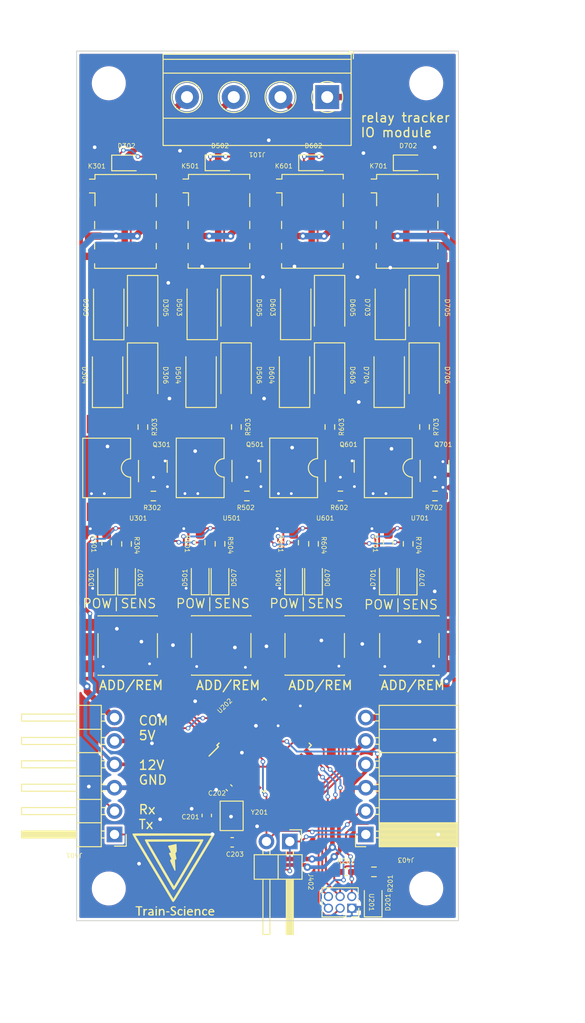
<source format=kicad_pcb>
(kicad_pcb (version 20221018) (generator pcbnew)
  (layers (0 "F.Cu" signal) (31 "B.Cu" signal) (34 "B.Paste" user) (35 "F.Paste" user) (36 "B.SilkS" user "B.Silkscreen") (37 "F.SilkS" user "F.Silkscreen") (38 "B.Mask" user) (39 "F.Mask" user) (44 "Edge.Cuts" user))
  (net 0 "")
  (net 1 "GND")
  (net 2 "/CPU/X1")
  (net 3 "+5V")
  (net 4 "/CPU/X2")
  (net 5 "Net-(D201-A)")
  (net 6 "/CPU/LED")
  (net 7 "Net-(D301-A)")
  (net 8 "+12V")
  (net 9 "Net-(D302-A)")
  (net 10 "Net-(D303-K)")
  (net 11 "/relay1/TRACK")
  (net 12 "Net-(D304-K)")
  (net 13 "Net-(D305-A)")
  (net 14 "/CPU/relay1.sensor")
  (net 15 "Net-(D307-A)")
  (net 16 "Net-(D501-A)")
  (net 17 "Net-(D502-A)")
  (net 18 "Net-(D503-K)")
  (net 19 "/relay2/TRACK")
  (net 20 "Net-(D504-K)")
  (net 21 "Net-(D505-A)")
  (net 22 "/CPU/relay2.sensor")
  (net 23 "Net-(D507-A)")
  (net 24 "Net-(D601-A)")
  (net 25 "Net-(D602-A)")
  (net 26 "Net-(D603-K)")
  (net 27 "/relay3/TRACK")
  (net 28 "Net-(D604-K)")
  (net 30 "Net-(D605-A)")
  (net 31 "/CPU/relay3.sensor")
  (net 32 "Net-(D607-A)")
  (net 33 "Net-(D701-A)")
  (net 34 "Net-(D702-A)")
  (net 35 "Net-(D703-K)")
  (net 36 "/relay4/TRACK")
  (net 37 "Net-(D704-K)")
  (net 38 "Net-(D705-A)")
  (net 39 "/CPU/relay4.sensor")
  (net 40 "Net-(D707-A)")
  (net 41 "/B2B/COM")
  (net 42 "/B2B/Rx")
  (net 43 "/B2B/TxToCentral")
  (net 44 "/B2B/Tx")
  (net 61 "Net-(Q301-B)")
  (net 62 "Net-(Q501-B)")
  (net 63 "Net-(Q601-B)")
  (net 64 "Net-(Q701-B)")
  (net 65 "/CPU/reset")
  (net 66 "/CPU/relay1.relay")
  (net 67 "Net-(R303-Pad2)")
  (net 68 "/CPU/relay2.relay")
  (net 69 "Net-(R503-Pad2)")
  (net 70 "/CPU/relay3.relay")
  (net 71 "Net-(R603-Pad2)")
  (net 72 "/CPU/relay4.relay")
  (net 73 "Net-(R703-Pad2)")
  (net 74 "/CPU/relay1.add")
  (net 75 "/CPU/relay2.add")
  (net 76 "/CPU/relay3.add")
  (net 77 "/CPU/relay4.add")
  (net 78 "/CPU/MOSI")
  (net 79 "/CPU/MISO")
  (footprint "custom_kicad_lib_sk:R_0603_smalltext" (layer "F.Cu") (at 96.427817 64.061 -90)
    (fp_text reference "R304")
    (fp_text value "3k3")
  )
  (footprint "Diode_SMD:D_SMA" (layer "F.Cu") (at 104.654817 38.354 90)
    (fp_text reference "D503")
    (fp_text value "SS53")
  )
  (footprint "Diode_SMD:D_SMA" (layer "F.Cu") (at 128.784817 38.386 -90)
    (fp_text reference "D705")
    (fp_text value "SS53")
  )
  (footprint "Relay_SMD:Relay_DPDT_Omron_G6K-2F-Y" (layer "F.Cu") (at 126.907817 28.999)
    (fp_text reference "K701")
    (fp_text value "G6K-2F-Y-TR DC12")
  )
  (footprint "LED_SMD:LED_0805_2012Metric_Pad1.15x1.40mm_HandSolder" (layer "F.Cu") (at 116.747817 67.734 90)
    (fp_text reference "D607")
    (fp_text value "LED")
  )
  (footprint "Diode_SMD:D_SMA" (layer "F.Cu") (at 98.177817 38.396 -90)
    (fp_text reference "D305")
    (fp_text value "SS53")
  )
  (footprint "Diode_SMD:D_SOD-323" (layer "F.Cu") (at 116.747817 22.649)
    (fp_text reference "D602")
    (fp_text value "1N4148WS")
  )
  (footprint "custom_kicad_lib_sk:R_0603_smalltext" (layer "F.Cu") (at 118.525817 51.351 -90)
    (fp_text reference "R603")
    (fp_text value "47R")
  )
  (footprint "Diode_SMD:D_SMA" (layer "F.Cu") (at 108.337817 38.386 -90)
    (fp_text reference "D505")
    (fp_text value "SS53")
  )
  (footprint "custom_kicad_lib_sk:tactile_SMD_6mm" (layer "F.Cu") (at 106.718 75.093)
    (fp_text reference "SW501" hide)
    (fp_text value "SW_Push")
  )
  (footprint "Connector_PinSocket_1.27mm:PinSocket_2x03_P1.27mm_Vertical" (layer "F.Cu") (at 120.909 103.642 -90)
    (fp_text reference "U201")
    (fp_text value "HEADER_3x2")
  )
  (footprint "custom_kicad_lib_sk:R_0603_smalltext" (layer "F.Cu") (at 106.587817 64.051 -90)
    (fp_text reference "R504")
    (fp_text value "3k3")
  )
  (footprint "Relay_SMD:Relay_DPDT_Omron_G6K-2F-Y" (layer "F.Cu") (at 96.300817 29.009)
    (fp_text reference "K301")
    (fp_text value "G6K-2F-Y-TR DC12")
  )
  (footprint "Relay_SMD:Relay_DPDT_Omron_G6K-2F-Y" (layer "F.Cu") (at 106.460817 28.999)
    (fp_text reference "K501")
    (fp_text value "G6K-2F-Y-TR DC12")
  )
  (footprint "Package_QFP:TQFP-32_7x7mm_P0.8mm" (layer "F.Cu") (at 111.381324 85.935268 45)
    (fp_text reference "U202")
    (fp_text value "ATmega328-A")
  )
  (footprint "Diode_SMD:D_SMA" (layer "F.Cu") (at 118.497817 45.72 -90)
    (fp_text reference "D606")
    (fp_text value "SS53")
  )
  (footprint "custom_kicad_lib_sk:R_0603_smalltext" (layer "F.Cu") (at 94.268817 63.925 -90)
    (fp_text reference "R301")
    (fp_text value "3k3")
  )
  (footprint "custom_kicad_lib_sk:R_0603_smalltext" (layer "F.Cu") (at 108.365817 51.351 -90)
    (fp_text reference "R503")
    (fp_text value "47R")
  )
  (footprint "custom_kicad_lib_sk:tactile_SMD_6mm" (layer "F.Cu") (at 116.878 75.093)
    (fp_text reference "SW601" hide)
    (fp_text value "SW_Push")
  )
  (footprint "Diode_SMD:D_SMA" (layer "F.Cu") (at 125.101817 38.354 90)
    (fp_text reference "D703")
    (fp_text value "SS53")
  )
  (footprint "Diode_SMD:D_SOD-323" (layer "F.Cu") (at 96.427817 22.659)
    (fp_text reference "D302")
    (fp_text value "1N4148WS")
  )
  (footprint "Diode_SMD:D_SMA" (layer "F.Cu") (at 94.367817 45.73 90)
    (fp_text reference "D304")
    (fp_text value "SS53")
  )
  (footprint "custom_kicad_lib_sk:R_0603_smalltext" (layer "F.Cu") (at 116.747817 64.051 -90)
    (fp_text reference "R604")
    (fp_text value "3k3")
  )
  (footprint "Diode_SMD:D_SMA" (layer "F.Cu") (at 118.497817 38.386 -90)
    (fp_text reference "D605")
    (fp_text value "SS53")
  )
  (footprint "LED_SMD:LED_0805_2012Metric_Pad1.15x1.40mm_HandSolder" (layer "F.Cu") (at 127.034817 67.734 90)
    (fp_text reference "D707")
    (fp_text value "LED")
  )
  (footprint "custom_kicad_lib_sk:Train-Science logo small" (layer "F.Cu") (at 101.6 100.076)
    (fp_text reference "G***" hide)
    (fp_text value "LOGO" hide)
  )
  (footprint "custom_kicad_lib_sk:R_0603_smalltext" (layer "F.Cu") (at 127.034817 64.051 -90)
    (fp_text reference "R704")
    (fp_text value "3k3")
  )
  (footprint "Diode_SMD:D_SMA" (layer "F.Cu") (at 114.814817 38.354 90)
    (fp_text reference "D603")
    (fp_text value "SS53")
  )
  (footprint "custom_kicad_lib_sk:tactile_SMD_6mm" (layer "F.Cu") (at 127.165 75.093)
    (fp_text reference "SW701" hide)
    (fp_text value "SW_Push")
  )
  (footprint "Resistor_SMD:R_0402_1005Metric_Pad0.72x0.64mm_HandSolder" (layer "F.Cu") (at 120.274 99.705)
    (fp_text reference "R202")
    (fp_text value "10k")
  )
  (footprint "Package_DIP:SMDIP-4_W9.53mm" (layer "F.Cu") (at 124.875817 55.796 -90)
    (fp_text reference "U701")
    (fp_text value "EL814")
  )
  (footprint "Connector_PinHeader_2.54mm:PinHeader_1x02_P2.54mm_Horizontal" (layer "F.Cu") (at 114.173 96.393 -90)
    (fp_text reference "J402")
    (fp_text value "Conn_01x02_Pin")
  )
  (footprint "Diode_SMD:D_SMA" (layer "F.Cu") (at 114.687817 45.72 90)
    (fp_text reference "D604")
    (fp_text value "SS53")
  )
  (footprint "LED_SMD:LED_0805_2012Metric_Pad1.15x1.40mm_HandSolder" (layer "F.Cu") (at 96.427817 67.744 90)
    (fp_text reference "D307")
    (fp_text value "LED")
  )
  (footprint "custom_kicad_lib_sk:R_0603_smalltext" (layer "F.Cu") (at 128.812817 51.351 -90)
    (fp_text reference "R703")
    (fp_text value "47R")
  )
  (footprint "LED_SMD:LED_0805_2012Metric_Pad1.15x1.40mm_HandSolder" (layer "F.Cu") (at 114.588817 67.725 90)
    (fp_text reference "D601")
    (fp_text value "LED")
  )
  (footprint "custom_kicad_lib_sk:R_0603_smalltext" (layer "F.Cu") (at 119.668817 58.844 180)
    (fp_text reference "R602")
    (fp_text value "1k")
  )
  (footprint "Diode_SMD:D_SMA" (layer "F.Cu") (at 94.494817 38.364 90)
    (fp_text reference "D303")
    (fp_text value "SS53")
  )
  (footprint "custom_kicad_lib_sk:R_0603_smalltext" (layer "F.Cu") (at 124.875817 63.915 -90)
    (fp_text reference "R701")
    (fp_text value "3k3")
  )
  (footprint "Diode_SMD:D_SMA" (layer "F.Cu") (at 128.784817 45.72 -90)
    (fp_text reference "D706")
    (fp_text value "SS53")
  )
  (footprint "Package_DIP:SMDIP-4_W9.53mm" (layer "F.Cu") (at 104.428817 55.796 -90)
    (fp_text reference "U501")
    (fp_text value "EL814")
  )
  (footprint "Package_TO_SOT_SMD:SOT-23" (layer "F.Cu") (at 129.894817 55.6205 90)
    (fp_text reference "Q701")
    (fp_text value "NPN_TOR")
  )
  (footprint "Diode_SMD:D_SMA" (layer "F.Cu") (at 108.337817 45.72 -90)
    (fp_text reference "D506")
    (fp_text value "SS53")
  )
  (footprint "Package_TO_SOT_SMD:SOT-23" (layer "F.Cu") (at 109.447817 55.6205 90)
    (fp_text reference "Q501")
    (fp_text value "NPN_TOR")
  )
  (footprint "MountingHole:MountingHole_3.2mm_M3" (layer "F.Cu") (at 94.5 14)
    (fp_text reference "REF**" hide)
    (fp_text value "MountingHole_3.2mm_M3")
  )
  (footprint "Relay_SMD:Relay_DPDT_Omron_G6K-2F-Y" (layer "F.Cu") (at 116.620817 28.999)
    (fp_text reference "K601")
    (fp_text value "G6K-2F-Y-TR DC12")
  )
  (footprint "Diode_SMD:D_SOD-323" (layer "F.Cu") (at 127.034817 22.649)
    (fp_text reference "D702")
    (fp_text value "1N4148WS")
  )
  (footprint "custom_kicad_lib_sk:R_0603_smalltext" (layer "F.Cu") (at 129.955817 58.844 180)
    (fp_text reference "R702")
    (fp_text value "1k")
  )
  (footprint "Diode_SMD:D_SMA" (layer "F.Cu") (at 98.177817 45.73 -90)
    (fp_text reference "D306")
    (fp_text value "SS53")
  )
  (footprint "MountingHole:MountingHole_3.2mm_M3" (layer "F.Cu") (at 94.5 101.5)
    (fp_text reference "REF**" hide)
    (fp_text value "MountingHole_3.2mm_M3")
  )
  (footprint "Package_TO_SOT_SMD:SOT-23" (layer "F.Cu") (at 119.607817 55.6205 90)
    (fp_text reference "Q601")
    (fp_text value "NPN_TOR")
  )
  (footprint "custom_kicad_lib_sk:R_0603_smalltext" (layer "F.Cu") (at 109.508817 58.844 180)
    (fp_text reference "R502")
    (fp_text value "1k")
  )
  (footprint "Diode_SMD:D_SOD-323" (layer "F.Cu") (at 106.587817 22.649)
    (fp_text reference "D502")
    (fp_text value "1N4148WS")
  )
  (footprint "Capacitor_SMD:C_0603_1608Metric" (layer "F.Cu") (at 105.149324 93.565268 90)
    (fp_text reference "C201")
    (fp_text value "12pF")
  )
  (footprint "custom_kicad_lib_sk:R_0603_smalltext" (layer "F.Cu") (at 99.348817 58.854 180)
    (fp_text reference "R302")
    (fp_text value "1k")
  )
  (footprint "custom_kicad_lib_sk:R_0603_smalltext" (layer "F.Cu") (at 104.428817 63.915 -90)
    (fp_text reference "R501")
    (fp_text value "3k3")
  )
  (footprint "custom_kicad_lib_sk:R_0603_smalltext" (layer "F.Cu") (at 98.205817 51.361 -90)
    (fp_text reference "R303")
    (fp_text value "47R")
  )
  (footprint "Diode_SMD:D_SMA" (layer "F.Cu") (at 124.974817 45.72 90)
    (fp_text reference "D704")
    (fp_text value "SS53")
  )
  (footprint "LED_SMD:LED_0805_2012Metric_Pad1.15x1.40mm_HandSolder" (layer "F.Cu") (at 94.268817 67.735 90)
    (fp_text reference "D301")
    (fp_text value "LED")
  )
  (footprint "Package_TO_SOT_SMD:SOT-23" (layer "F.Cu") (at 99.287817 55.6305 90)
    (fp_text reference "Q301")
    (fp_text value "NPN_TOR")
  )
  (footprint "LED_SMD:LED_0805_2012Metric_Pad1.15x1.40mm_HandSolder" (layer "F.Cu") (at 124.875817 67.725 90)
    (fp_text reference "D701")
    (fp_text value "LED")
  )
  (footprint "custom_kicad_lib_sk:crystal_arduino" (layer "F.Cu") (at 108.070324 93.658268 -90)
    (fp_text reference "Y201")
    (fp_text value "Crystal_GND2")
  )
  (footprint "custom_kicad_lib_sk:R_0603_smalltext" (layer "F.Cu") (at 114.588817 63.915 -90)
    (fp_text reference "R601")
    (fp_text value "3k3")
  )
  (footprint "Connector_PinHeader_2.54mm:PinHeader_1x06_P2.54mm_Horizontal" (layer "F.Cu") (at 95.123 95.631 180)
    (fp_text reference "J401")
    (fp_text value "Conn_01x06_Pin")
  )
  (footprint "Capacitor_SMD:C_0603_1608Metric" (layer "F.Cu") (at 107.911324 96.486268)
    (fp_text reference "C203")
    (fp_text value "12pF")
  )
  (footprint "custom_kicad_lib_sk:tactile_SMD_6mm" (layer "F.Cu") (at 96.558 75.103)
    (fp_text reference "SW301" hide)
    (fp_text value "SW_Push")
  )
  (footprint "Package_DIP:SMDIP-4_W9.53mm" (layer "F.Cu") (at 94.268817 55.806 -90)
    (fp_text reference "U301")
    (fp_text value "EL814")
  )
  (footprint "TerminalBlock_Phoenix:TerminalBlock_Phoenix_MKDS-1,5-4-5.08_1x04_P5.08mm_Horizontal" (layer "F.Cu") (at 118.24 15.5 180)
    (fp_text reference "J101")
    (fp_text value "Screw_Terminal_01x04")
  )
  (footprint "Capacitor_SMD:C_0402_1005Metric" (layer "F.Cu") (at 107.571913 90.558857 135)
    (fp_text reference "C202")
    (fp_text value "100nF")
  )
  (footprint "Connector_PinSocket_2.54mm:PinSocket_1x06_P2.54mm_Horizontal" (layer "F.Cu") (at 122.428 95.631 180)
    (fp_text reference "J403")
    (fp_text value "Conn_01x06_Socket")
  )
  (footprint "Package_DIP:SMDIP-4_W9.53mm" (layer "F.Cu") (at 114.588817 55.796 -90)
    (fp_text reference "U601")
    (fp_text value "EL814")
  )
  (footprint "LED_SMD:LED_0805_2012Metric_Pad1.15x1.40mm_HandSolder" (layer "F.Cu") (at 106.587817 67.734 90)
    (fp_text reference "D507")
    (fp_text value "LED")
  )
  (footprint "MountingHole:MountingHole_3.2mm_M3" (layer "F.Cu") (at 129 14)
    (fp_text reference "REF**" hide)
    (fp_text value "MountingHole_3.2mm_M3")
  )
  (footprint "LED_SMD:LED_0805_2012Metric_Pad1.15x1.40mm_HandSolder" (layer "F.Cu") (at 104.428817 67.725 90)
    (fp_text reference "D501")
    (fp_text value "LED")
  )
  (footprint "LED_SMD:LED_0805_2012Metric_Pad1.15x1.40mm_HandSolder" (layer "F.Cu") (at 123.231 102.7265 90)
    (fp_text reference "D201")
    (fp_text value "LED")
  )
  (footprint "Diode_SMD:D_SMA" (layer "F.Cu") (at 104.527817 45.72 90)
    (fp_text reference "D504")
    (fp_text value "SS53")
  )
  (footprint "Resistor_SMD:R_0603_1608Metric_Pad0.98x0.95mm_HandSolder" (layer "F.Cu") (at 123.317 99.695)
    (fp_text reference "R201")
    (fp_text value "6k2")
  )
  (footprint "MountingHole:MountingHole_3.2mm_M3" (layer "F.Cu") (at 129 101.5)
    (fp_text reference "REF**" hide)
    (fp_text value "MountingHole_3.2mm_M3")
  )
  (gr_rect (start 91 10.5) (end 132.5 105) (stroke (width 0.1)) (fill none) (layer "Edge.Cuts"))
  (gr_text "ADD/REM" (at 123.952 80.01) (layer "F.SilkS") (effects (font (size 1 1)) (justify left bottom)))
  (gr_text "POW|SENS" (at 111.887 71.12) (layer "F.SilkS") (effects (font (size 1 1) (thickness 0.125)) (justify left bottom)))
  (gr_text "POW|SENS" (at 101.727 71.12) (layer "F.SilkS") (effects (font (size 1 1) (thickness 0.125)) (justify left bottom)))
  (gr_text "COM\n5V\n\n12V\nGND\n\nRx\nTx\n" (at 97.663 95.123) (layer "F.SilkS") (effects (font (size 1 1)) (justify left bottom)))
  (gr_text "POW|SENS" (at 122.174 71.247) (layer "F.SilkS") (effects (font (size 1 1) (thickness 0.125)) (justify left bottom)))
  (gr_text "ADD/REM" (at 103.886 80.01) (layer "F.SilkS") (effects (font (size 1 1)) (justify left bottom)))
  (gr_text "POW|SENS" (at 91.567 71.12) (layer "F.SilkS") (effects (font (size 1 1) (thickness 0.125)) (justify left bottom)))
  (gr_text "ADD/REM" (at 93.345 80.01) (layer "F.SilkS") (effects (font (size 1 1)) (justify left bottom)))
  (gr_text "relay tracker\nIO module" (at 121.793 19.939) (layer "F.SilkS") (effects (font (size 1 1)) (justify left bottom)))
  (gr_text "ADD/REM" (at 113.919 80.01) (layer "F.SilkS") (effects (font (size 1 1)) (justify left bottom)))
  (segment (start 106.807 88.812536) (end 106.807 89.793944) (width 0.2) (layer "F.Cu") (net 1))
  (segment (start 107.784324 93.692268) (end 107.784324 93.824268) (width 0.25) (layer "F.Cu") (net 1))
  (segment (start 106.807 89.793944) (end 107.232502 90.219446) (width 0.2) (layer "F.Cu") (net 1))
  (segment (start 114.329779 82.647221) (end 115.316 81.661) (width 0.2) (layer "F.Cu") (net 1))
  (segment (start 108.800324 92.508268) (end 108.800324 92.808268) (width 0.25) (layer "F.Cu") (net 1))
  (segment (start 107.784324 93.824268) (end 106.900324 94.708268) (width 0.25) (layer "F.Cu") (net 1))
  (segment (start 108.658963 89.223315) (end 107.662832 90.219446) (width 0.2) (layer "F.Cu") (net 1))
  (segment (start 107.136324 96.486268) (end 107.136324 94.944268) (width 0.25) (layer "F.Cu") (net 1))
  (segment (start 108.800324 92.808268) (end 107.916324 93.692268) (width 0.25) (layer "F.Cu") (net 1))
  (segment (start 107.916324 93.692268) (end 107.784324 93.692268) (width 0.25) (layer "F.Cu") (net 1))
  (segment (start 105.149324 94.340268) (end 106.532324 94.340268) (width 0.25) (layer "F.Cu") (net 1))
  (segment (start 107.662832 90.219446) (end 107.232502 90.219446) (width 0.2) (layer "F.Cu") (net 1))
  (segment (start 114.103685 82.647221) (end 114.075779 82.647221) (width 0.2) (layer "F.Cu") (net 1))
  (segment (start 114.075779 82.647221) (end 112.903 83.82) (width 0.2) (layer "F.Cu") (net 1))
  (segment (start 106.532324 94.340268) (end 106.900324 94.708268) (width 0.25) (layer "F.Cu") (net 1))
  (segment (start 107.527592 88.091944) (end 106.807 88.812536) (width 0.2) (layer "F.Cu") (net 1))
  (segment (start 107.136324 94.944268) (end 106.900324 94.708268) (width 0.25) (layer "F.Cu") (net 1))
  (segment (start 106.172 90.771268) (end 106.723822 90.219446) (width 0.2) (layer "F.Cu") (net 1))
  (segment (start 106.723822 90.219446) (end 107.232502 90.219446) (width 0.2) (layer "F.Cu") (net 1))
  (segment (start 114.103685 82.647221) (end 114.329779 82.647221) (width 0.2) (layer "F.Cu") (net 1))
  (via (at 92.744817 68.887) (size 0.5) (drill 0.3) (layers "F.Cu" "B.Cu") (net 1))
  (via (at 123.224817 58.59) (size 0.5) (drill 0.3) (layers "F.Cu" "B.Cu") (net 1))
  (via (at 110.617 94.742) (size 0.8) (drill 0.4) (layers "F.Cu" "B.Cu") (net 1))
  (via (at 103.886 53.975) (size 0.8) (drill 0.4) (layers "F.Cu" "B.Cu") (net 1))
  (via (at 122.047 74.93) (size 0.8) (drill 0.4) (layers "F.Cu" "B.Cu") (net 1))
  (via (at 100.872817 57.838) (size 0.5) (drill 0.3) (layers "F.Cu" "B.Cu") (net 1))
  (via (at 110.49 83.82) (size 0.8) (drill 0.4) (layers "F.Cu" "B.Cu") (net 1))
  (via (at 92.490817 62.41) (size 0.5) (drill 0.3) (layers "F.Cu" "B.Cu") (net 1))
  (via (at 129.921 20.955) (size 0.8) (drill 0.4) (layers "F.Cu" "B.Cu") (net 1))
  (via (at 125.222 53.721) (size 0.8) (drill 0.4) (layers "F.Cu" "B.Cu") (net 1))
  (via (at 92.617817 58.6) (size 0.5) (drill 0.3) (layers "F.Cu" "B.Cu") (net 1))
  (via (at 104.051 77.379) (size 0.5) (drill 0.3) (layers "F.Cu" "B.Cu") (net 1))
  (via (at 108.966 86.741) (size 0.8) (drill 0.4) (layers "F.Cu" "B.Cu") (net 1))
  (via (at 129.921 85.344) (size 0.8) (drill 0.4) (layers "F.Cu" "B.Cu") (net 1))
  (via (at 122.174 21.59) (size 0.8) (drill 0.4) (layers "F.Cu" "B.Cu") (net 1))
  (via (at 113.064817 68.877) (size 0.5) (drill 0.3) (layers "F.Cu" "B.Cu") (net 1))
  (via (at 124.498 77.379) (size 0.5) (drill 0.3) (layers "F.Cu" "B.Cu") (net 1))
  (via (at 129.794 77.343) (size 0.5) (drill 0.3) (layers "F.Cu" "B.Cu") (net 1))
  (via (at 99.187 85.725) (size 0.8) (drill 0.4) (layers "F.Cu" "B.Cu") (net 1))
  (via (at 119.507 77.343) (size 0.5) (drill 0.3) (layers "F.Cu" "B.Cu") (net 1))
  (via (at 130.302 95.631) (size 0.8) (drill 0.4) (layers "F.Cu" "B.Cu") (net 1))
  (via (at 100.076 93.98) (size 0.8) (drill 0.4) (layers "F.Cu" "B.Cu") (net 1))
  (via (at 102.904817 68.877) (size 0.5) (drill 0.3) (layers "F.Cu" "B.Cu") (net 1))
  (via (at 99.949 82.677) (size 0.8) (drill 0.4) (layers "F.Cu" "B.Cu") (net 1))
  (via (at 106.172 90.771268) (size 0.8) (drill 0.4) (layers "F.Cu" "B.Cu") (net 1))
  (via (at 130.81 57.912) (size 0.5) (drill 0.3) (layers "F.Cu" "B.Cu") (net 1))
  (via (at 112.903 83.82) (size 0.5) (drill 0.3) (layers "F.Cu" "B.Cu") (net 1))
  (via (at 100.618817 55.044) (size 0.5) (drill 0.3) (layers "F.Cu" "B.Cu") (net 1))
  (via (at 119.668817 56.812) (size 0.5) (drill 0.3) (layers "F.Cu" "B.Cu") (net 1))
  (via (at 99.348817 56.822) (size 0.5) (drill 0.3) (layers "F.Cu" "B.Cu") (net 1))
  (via (at 111.032817 57.828) (size 0.5) (drill 0.3) (layers "F.Cu" "B.Cu") (net 1))
  (via (at 92.329 90.424) (size 0.8) (drill 0.4) (layers "F.Cu" "B.Cu") (net 1))
  (via (at 110.778817 55.034) (size 0.5) (drill 0.3) (layers "F.Cu" "B.Cu") (net 1))
  (via (at 128.27 74.676) (size 0.8) (drill 0.4) (layers "F.Cu" "B.Cu") (net 1))
  (via (at 98.933 77.089) (size 0.5) (drill 0.3) (layers "F.Cu" "B.Cu") (net 1))
  (via (at 93.891 77.389) (size 0.5) (drill 0.3) (layers "F.Cu" "B.Cu") (net 1))
  (via (at 111.379 48.26) (size 0.8) (drill 0.4) (layers "F.Cu" "B.Cu") (net 1))
  (via (at 109.347 77.47) (size 0.5) (drill 0.3) (layers "F.Cu" "B.Cu") (net 1))
  (via (at 123.097817 62.4) (size 0.5) (drill 0.3) (layers "F.Cu" "B.Cu") (net 1))
  (via (at 121.666 48.641) (size 0.8) (drill 0.4) (layers "F.Cu" "B.Cu") (net 1))
  (via (at 120.938817 55.034) (size 0.5) (drill 0.3) (layers "F.Cu" "B.Cu") (net 1))
  (via (at 104.648 33.909) (size 0.8) (drill 0.4) (layers "F.Cu" "B.Cu") (net 1))
  (via (at 108.204 75.311) (size 0.8) (drill 0.4) (layers "F.Cu" "B.Cu") (net 1))
  (via (at 104.174817 58.59) (size 0.5) (drill 0.3) (layers "F.Cu" "B.Cu") (net 1))
  (via (at 97.79 98.806) (size 0.8) (drill 0.4) (layers "F.Cu" "B.Cu") (net 1))
  (via (at 94.361 53.467) (size 0.8) (drill 0.4) (layers "F.Cu" "B.Cu") (net 1))
  (via (at 111.252 35.052) (size 0.8) (drill 0.4) (layers "F.Cu" "B.Cu") (net 1))
  (via (at 101.473 75.057) (size 0.8) (drill 0.4) (layers "F.Cu" "B.Cu") (net 1))
  (via (at 125.095 34.036) (size 0.8) (drill 0.4) (layers "F.Cu" "B.Cu") (net 1))
  (via (at 114.334817 58.59) (size 0.5) (drill 0.3) (layers "F.Cu" "B.Cu") (net 1))
  (via (at 117.602 74.549) (size 0.8) (drill 0.4) (layers "F.Cu" "B.Cu") (net 1))
  (via (at 111.633 75.184) (size 0.8) (drill 0.4) (layers "F.Cu" "B.Cu") (net 1))
  (via (at 95.377 73.279) (size 0.8) (drill 0.4) (layers "F.Cu" "B.Cu") (net 1))
  (via (at 102.650817 62.4) (size 0.5) (drill 0.3) (layers "F.Cu" "B.Cu") (net 1))
  (via (at 114.681 33.909) (size 0.8) (drill 0.4) (layers "F.Cu" "B.Cu") (net 1))
  (via (at 129.921 69.215) (size 0.8) (drill 0.4) (layers "F.Cu" "B.Cu") (net 1))
  (via (at 103.505 92.837) (size 0.8) (drill 0.4) (layers "F.Cu" "B.Cu") (net 1))
  (via (at 105.752324 95.597268) (size 0.8) (drill 0.4) (layers "F.Cu" "B.Cu") (net 1))
  (via (at 101.092 48.26) (size 0.8) (drill 0.4) (layers "F.Cu" "B.Cu") (net 1))
  (via (at 123.351817 68.877) (size 0.5) (drill 0.3) (layers "F.Cu" "B.Cu") (net 1))
  (via (at 115.316 81.661) (size 0.5) (drill 0.3) (layers "F.Cu" "B.Cu") (net 1))
  (via (at 124.621817 58.59) (size 0.5) (drill 0.3) (layers "F.Cu" "B.Cu") (net 1))
  (via (at 100.965 35.687) (size 0.8) (drill 0.4) (layers "F.Cu" "B.Cu") (net 1))
  (via (at 102.777817 58.59) (size 0.5) (drill 0.3) (layers "F.Cu" "B.Cu") (net 1))
  (via (at 102.235 21.336) (size 0.8) (drill 0.4) (layers "F.Cu" "B.Cu") (net 1))
  (via (at 98.044 74.676) (size 0.8) (drill 0.4) (layers "F.Cu" "B.Cu") (net 1))
  (via (at 114.427 53.594) (size 0.8) (drill 0.4) (layers "F.Cu" "B.Cu") (net 1))
  (via (at 129.955817 56.812) (size 0.5) (drill 0.3) (layers "F.Cu" "B.Cu") (net 1))
  (via (at 121.539 35.052) (size 0.8) (drill 0.4) (layers "F.Cu" "B.Cu") (net 1))
  (via (at 103.886 81.153) (size 0.8) (drill 0.4) (layers "F.Cu" "B.Cu") (net 1))
  (via (at 121.192817 57.828) (size 0.5) (drill 0.3) (layers "F.Cu" "B.Cu") (net 1))
  (via (at 111.887 20.193) (size 0.8) (drill 0.4) (layers "F.Cu" "B.Cu") (net 1))
  (via (at 92.964 20.955) (size 0.8) (drill 0.4) (layers "F.Cu" "B.Cu") (net 1))
  (via (at 130.81 55.118) (size 0.5) (drill 0.3) (layers "F.Cu" "B.Cu") (net 1))
  (via (at 112.810817 62.4) (size 0.5) (drill 0.3) (layers "F.Cu" "B.Cu") (net 1))
  (via (at 109.508817 56.812) (size 0.5) (drill 0.3) (layers "F.Cu" "B.Cu") (net 1))
  (via (at 112.937817 58.59) (size 0.5) (drill 0.3) (layers "F.Cu" "B.Cu") (net 1))
  (via (at 107.784324 93.692268) (size 0.8) (drill 0.4) (layers "F.Cu" "B.Cu") (net 1))
  (via (at 94.014817 58.6) (size 0.5) (drill 0.3) (layers "F.Cu" "B.Cu") (net 1))
  (segment (start 120.909 104.267) (end 120.909 104.389) (width 0.2) (layer "B.Cu") (net 1))
  (segment (start 120.777 104.521) (end 116.586 104.521) (width 0.2) (layer "B.Cu") (net 1))
  (segment (start 121.031 104.521) (end 123.571 104.521) (width 0.2) (layer "B.Cu") (net 1))
  (segment (start 120.909 103.642) (end 120.909 104.267) (width 0.2) (layer "B.Cu") (net 1))
  (segment (start 120.909 104.399) (end 121.031 104.521) (width 0.2) (layer "B.Cu") (net 1))
  (segment (start 120.909 104.389) (end 120.777 104.521) (width 0.2) (layer "B.Cu") (net 1))
  (segment (start 120.909 104.267) (end 120.909 104.399) (width 0.2) (layer "B.Cu") (net 1))
  (segment (start 108.595527 91.069665) (end 107.156924 92.508268) (width 0.25) (layer "F.Cu") (net 2))
  (segment (start 105.149324 92.790268) (end 106.618324 92.790268) (width 0.25) (layer "F.Cu") (net 2))
  (segment (start 109.790334 90.354685) (end 109.075354 91.069665) (width 0.25) (layer "F.Cu") (net 2))
  (segment (start 109.075354 91.069665) (end 108.595527 91.069665) (width 0.25) (layer "F.Cu") (net 2))
  (segment (start 107.156924 92.508268) (end 106.900324 92.508268) (width 0.25) (layer "F.Cu") (net 2))
  (segment (start 106.618324 92.790268) (end 106.900324 92.508268) (width 0.25) (layer "F.Cu") (net 2))
  (segment (start 110.236 88.265) (end 110.49 88.265) (width 0.2) (layer "F.Cu") (net 3))
  (segment (start 115.800741 84.344278) (end 116.295196 83.849823) (width 0.2) (layer "F.Cu") (net 3))
  (segment (start 116.747817 63.1385) (end 117.617317 64.008) (width 0.2) (layer "F.Cu") (net 3))
  (segment (start 120.226 90.99045) (end 120.3755 90.84095) (width 0.5) (layer "F.Cu") (net 3))
  (segment (start 120.226 90.11155) (end 120.226 89.582188) (width 0.5) (layer "F.Cu") (net 3))
  (segment (start 119.507 64.008) (end 119.761 64.008) (width 0.2) (layer "F.Cu") (net 3))
  (segment (start 102.686732 91.496268) (end 102.362 91.821) (width 0.25) (layer "F.Cu") (net 3))
  (segment (start 102.799268 91.496268) (end 102.362 91.059) (width 0.25) (layer "F.Cu") (net 3))
  (segment (start 107.326324 91.483268) (end 106.485305 91.483268) (width 0.25) (layer "F.Cu") (net 3))
  (segment (start 115.980911 63.905406) (end 116.747817 63.1385) (width 0.2) (layer "F.Cu") (net 3))
  (segment (start 107.911324 90.898268) (end 107.326324 91.483268) (width 0.25) (layer "F.Cu") (net 3))
  (segment (start 118.801185 97.028) (end 118.801185 93.547005) (width 0.5) (layer "F.Cu") (net 3))
  (segment (start 110.236 88.265) (end 110.236 88.519) (width 0.2) (layer "F.Cu") (net 3))
  (segment (start 102.362 97.282) (end 103.378 98.298) (width 0.5) (layer "F.Cu") (net 3))
  (segment (start 119.507 64.262) (end 119.507 64.008) (width 0.2) (layer "F.Cu") (net 3))
  (segment (start 109.728 87.757) (end 110.236 88.265) (width 0.2) (layer "F.Cu") (net 3))
  (segment (start 116.295196 83.849823) (end 116.295196 71.918804) (width 0.2) (layer "F.Cu") (net 3))
  (segment (start 110.236 88.773) (end 109.224648 89.784352) (width 0.2) (layer "F.Cu") (net 3))
  (segment (start 114.0215 63.905406) (end 115.980911 63.905406) (width 0.2) (layer "F.Cu") (net 3))
  (segment (start 119.253 64.008) (end 119.507 64.262) (width 0.2) (layer "F.Cu") (net 3))
  (segment (start 122.4045 99.695) (end 121.869538 99.695) (width 0.2) (layer "F.Cu") (net 3))
  (segment (start 119.761 64.008) (end 122.809 64.008) (width 0.2) (layer "F.Cu") (net 3))
  (segment (start 105.820911 63.905406) (end 106.587817 63.1385) (width 0.2) (layer "F.Cu") (net 3))
  (segment (start 112.522 64.135) (end 111.5255 63.1385) (width 0.2) (layer "F.Cu") (net 3))
  (segment (start 109.224648 89.784352) (end 109.224648 89.789) (width 0.2) (layer "F.Cu") (net 3))
  (segment (start 120.3755 90.84095) (end 120.3755 90.26105) (width 0.5) (layer "F.Cu") (net 3))
  (segment (start 95.123 85.471) (end 96.774 85.471) (width 0.5) (layer "F.Cu") (net 3))
  (segment (start 108.993906 87.757) (end 109.728 87.757) (width 0.2) (layer "F.Cu") (net 3))
  (segment (start 106.472305 91.496268) (end 102.799268 91.496268) (width 0.25) (layer "F.Cu") (net 3))
  (segment (start 117.617317 64.008) (end 119.253 64.008) (width 0.2) (layer "F.Cu") (net 3))
  (segment (start 102.1085 63.881) (end 101.973944 63.746444) (width 0.2) (layer "F.Cu") (net 3))
  (segment (start 102.799268 91.496268) (end 102.686732 91.496268) (width 0.25) (layer "F.Cu") (net 3))
  (segment (start 103.378 98.298) (end 116.586 98.298) (width 0.5) (layer "F.Cu") (net 3))
  (segment (start 110.236 88.519) (end 110.236 88.773) (width 0.2) (layer "F.Cu") (net 3))
  (segment (start 120.015 100.584) (end 120.015 100.0435) (width 0.2) (layer "F.Cu") (net 3))
  (segment (start 102.362 91.059) (end 102.362 91.821) (width 0.5) (layer "F.Cu") (net 3))
  (segment (start 97.025761 63.746444) (end 96.427817 63.1485) (width 0.2) (layer "F.Cu") (net 3))
  (segment (start 118.801185 93.547005) (end 120.226 92.12219) (width 0.5) (layer "F.Cu") (net 3))
  (segment (start 120.2965 99.085) (end 119.6765 99.705) (width 0.2) (layer "F.Cu") (net 3))
  (segment (start 111.5255 63.1385) (end 106.587817 63.1385) (width 0.2) (layer "F.Cu") (net 3))
  (segment (start 120.226 89.582188) (end 121.128 88.680188) (width 0.5) (layer "F.Cu") (net 3))
  (segment (start 116.295196 71.918804) (end 119.507 68.707) (width 0.2) (layer "F.Cu") (net 3))
  (segment (start 106.485305 91.483268) (end 106.472305 91.496268) (width 0.25) (layer "F.Cu") (net 3))
  (segment (start 108.093277 88.657629) (end 108.993906 87.757) (width 0.2) (layer "F.Cu") (net 3))
  (segment (start 119.507 68.707) (end 119.507 64.262) (width 0.2) (layer "F.Cu") (net 3))
  (segment (start 120.3755 90.26105) (end 120.226 90.11155) (width 0.5) (layer "F.Cu") (net 3))
  (segment (start 121.259538 99.085) (end 120.2965 99.085) (width 0.2) (layer "F.Cu") (net 3))
  (segment (start 125.603 63.881) (end 126.292317 63.881) (width 0.2) (layer "F.Cu") (net 3))
  (segment (start 111.880019 88.265) (end 115.800741 84.344278) (width 0.2) (layer "F.Cu") (net 3))
  (segment (start 101.973944 63.746444) (end 97.025761 63.746444) (width 0.2) (layer "F.Cu") (net 3))
  (segment (start 119.507 64.262) (end 119.761 64.008) (width 0.2) (layer "F.Cu") (net 3))
  (segment (start 121.128 86.771) (end 122.428 85.471) (width 0.5) (layer "F.Cu") (net 3))
  (segment (start 103.759 63.905406) (end 105.820911 63.905406) (width 0.2) (layer "F.Cu") (net 3))
  (segment (start 102.362 91.821) (end 102.362 97.282) (width 0.5) (layer "F.Cu") (net 3))
  (segment (start 126.292317 63.881) (end 127.034817 63.1385) (width 0.2) (layer "F.Cu") (net 3))
  (segment (start 120.015 100.0435) (end 119.6765 99.705) (width 0.2) (layer "F.Cu") (net 3))
  (segment (start 120.226 92.12219) (end 120.226 90.99045) (width 0.5) (layer "F.Cu") (net 3))
  (segment (start 110.236 88.519) (end 110.49 88.265) (width 0.2) (layer "F.Cu") (net 3))
  (segment (start 109.020592 89.789) (end 107.911324 90.898268) (width 0.25) (layer "F.Cu") (net 3))
  (segment (start 96.774 85.471) (end 102.362 91.059) (width 0.5) (layer "F.Cu") (net 3))
  (segment (start 121.128 88.680188) (end 121.128 86.771) (width 0.5) (layer "F.Cu") (net 3))
  (segment (start 121.869538 99.695) (end 121.259538 99.085) (width 0.2) (layer "F.Cu") (net 3))
  (segment (start 109.224648 89.789) (end 109.020592 89.789) (width 0.25) (layer "F.Cu") (net 3))
  (segment (start 110.49 88.265) (end 111.880019 88.265) (width 0.2) (layer "F.Cu") (net 3))
  (segment (start 119.253 64.008) (end 119.507 64.008) (width 0.2) (layer "F.Cu") (net 3))
  (via (at 122.809 64.008) (size 0.5) (drill 0.3) (layers "F.Cu" "B.Cu") (net 3))
  (via (at 114.0215 63.905406) (size 0.5) (drill 0.3) (layers "F.Cu" "B.Cu") (net 3))
  (via (at 102.1085 63.881) (size 0.5) (drill 0.3) (layers "F.Cu" "B.Cu") (net 3))
  (via (at 116.586 98.298) (size 0.8) (drill 0.4) (layers "F.Cu" "B.Cu") (net 3))
  (via (at 125.603 63.881) (size 0.5) (drill 0.3) (layers "F.Cu" "B.Cu") (net 3))
  (via (at 118.801185 97.028) (size 0.8) (drill 0.4) (layers "F.Cu" "B.Cu") (net 3))
  (via (at 103.759 63.905406) (size 0.5) (drill 0.3) (layers "F.Cu" "B.Cu") (net 3))
  (via (at 120.015 100.584) (size 0.5) (drill 0.3) (layers "F.Cu" "B.Cu") (net 3))
  (via (at 112.522 64.135) (size 0.5) (drill 0.3) (layers "F.Cu" "B.Cu") (net 3))
  (segment (start 118.97295 97.028) (end 118.801185 97.028) (width 0.2) (layer "B.Cu") (net 3))
  (segment (start 114.0215 63.905406) (end 113.791906 64.135) (width 0.2) (layer "B.Cu") (net 3))
  (segment (start 116.586 98.298) (end 117.531185 98.298) (width 0.5) (layer "B.Cu") (net 3))
  (segment (start 118.369 103.642) (end 117.569 102.842) (width 0.2) (layer "B.Cu") (net 3))
  (segment (start 102.1085 63.881) (end 102.132906 63.905406) (width 0.2) (layer "B.Cu") (net 3))
  (segment (start 102.132906 63.905406) (end 103.759 63.905406) (width 0.2) (layer "B.Cu") (net 3))
  (segment (start 119.025629 100.584) (end 120.015 100.584) (width 0.2) (layer "B.Cu") (net 3))
  (segment (start 117.569 102.842) (end 117.569 102.040629) (width 0.2) (layer "B.Cu") (net 3))
  (segment (start 122.809 64.008) (end 125.476 64.008) (width 0.2) (layer "B.Cu") (net 3))
  (segment (start 117.569 102.040629) (end 119.025629 100.584) (width 0.2) (layer "B.Cu") (net 3))
  (segment (start 120.015 100.584) (end 120.015 98.07005) (width 0.2) (layer "B.Cu") (net 3))
  (segment (start 117.531185 98.298) (end 118.801185 97.028) (width 0.5) (layer "B.Cu") (net 3))
  (segment (start 113.791906 64.135) (end 112.522 64.135) (width 0.2) (layer "B.Cu") (net 3))
  (segment (start 125.476 64.008) (end 125.603 63.881) (width 0.2) (layer "B.Cu") (net 3))
  (segment (start 120.015 98.07005) (end 118.97295 97.028) (width 0.2) (layer "B.Cu") (net 3))
  (segment (start 110.356019 90.920371) (end 110.832324 91.396676) (width 0.25) (layer "F.Cu") (net 4))
  (segment (start 110.356019 92.168268) (end 110.356019 93.025573) (width 0.25) (layer "F.Cu") (net 4))
  (segment (start 108.686324 96.486268) (end 108.686324 94.822268) (width 0.25) (layer "F.Cu") (net 4))
  (segment (start 110.832324 91.691963) (end 110.356019 92.168268) (width 0.25) (layer "F.Cu") (net 4))
  (segment (start 108.686324 94.822268) (end 108.800324 94.708268) (width 0.25) (layer "F.Cu") (net 4))
  (segment (start 110.356019 93.025573) (end 108.800324 94.581268) (width 0.25) (layer "F.Cu") (net 4))
  (segment (start 110.832324 91.396676) (end 110.832324 91.691963) (width 0.25) (layer "F.Cu") (net 4))
  (segment (start 123.231 101.7015) (end 123.231 100.6935) (width 0.2) (layer "F.Cu") (net 5))
  (segment (start 123.231 100.6935) (end 124.2295 99.695) (width 0.2) (layer "F.Cu") (net 5))
  (segment (start 122.231 103.054) (end 122.231 101.127815) (width 0.2) (layer "F.Cu") (net 6))
  (segment (start 118.999 99.374462) (end 118.999 100.457) (width 0.2) (layer "F.Cu") (net 6))
  (segment (start 119.676 90.5515) (end 119.676 91.894372) (width 0.2) (layer "F.Cu") (net 6))
  (segment (start 122.9285 103.7515) (end 122.231 103.054) (width 0.2) (layer "F.Cu") (net 6))
  (segment (start 118.999 100.457) (end 119.639 101.097) (width 0.2) (layer "F.Cu") (net 6))
  (segment (start 117.856 87.884) (end 117.856 86.399536) (width 0.2) (layer "F.Cu") (net 6))
  (segment (start 119.639 101.097) (end 119.639 102.372) (width 0.2) (layer "F.Cu") (net 6))
  (segment (start 123.231 103.7515) (end 122.9285 103.7515) (width 0.2) (layer "F.Cu") (net 6))
  (segment (start 119.676 91.894372) (end 118.101685 93.468687) (width 0.2) (layer "F.Cu") (net 6))
  (segment (start 122.231 101.127815) (end 123.192 100.166815) (width 0.2) (layer "F.Cu") (net 6))
  (segment (start 122.682 98.679) (end 119.694462 98.679) (width 0.2) (layer "F.Cu") (net 6))
  (segment (start 119.6755 90.551) (end 119.676 90.5515) (width 0.2) (layer "F.Cu") (net 6))
  (segment (start 117.856 86.399536) (end 116.366427 84.909963) (width 0.2) (layer "F.Cu") (net 6))
  (segment (start 123.192 99.189) (end 122.682 98.679) (width 0.2) (layer "F.Cu") (net 6))
  (segment (start 118.101685 93.468687) (end 118.101685 100.834685) (width 0.2) (layer "F.Cu") (net 6))
  (segment (start 117.871112 87.884) (end 117.856 87.884) (width 0.2) (layer "F.Cu") (net 6))
  (segment (start 119.694462 98.679) (end 118.999 99.374462) (width 0.2) (layer "F.Cu") (net 6))
  (segment (start 118.5545 88.567388) (end 117.871112 87.884) (width 0.2) (layer "F.Cu") (net 6))
  (segment (start 118.101685 100.834685) (end 119.639 102.372) (width 0.2) (layer "F.Cu") (net 6))
  (segment (start 123.192 100.166815) (end 123.192 99.189) (width 0.2) (layer "F.Cu") (net 6))
  (via (at 119.6755 90.551) (size 0.5) (drill 0.3) (layers "F.Cu" "B.Cu") (net 6))
  (via (at 118.5545 88.567388) (size 0.5) (drill 0.3) (layers "F.Cu" "B.Cu") (net 6))
  (segment (start 119.6755 89.688388) (end 118.5545 88.567388) (width 0.2) (layer "B.Cu") (net 6))
  (segment (start 119.6755 90.551) (end 119.6755 89.688388) (width 0.2) (layer "B.Cu") (net 6))
  (segment (start 94.268817 64.8375) (end 94.268817 66.71) (width 0.2) (layer "F.Cu") (net 7))
  (segment (start 115.697817 23.113183) (end 113.612 25.199) (width 0.2) (layer "F.Cu") (net 8))
  (segment (start 115.697817 22.0215) (end 115.748317 21.971) (width 0.2) (layer "F.Cu") (net 8))
  (segment (start 102.415 25.199) (end 102.960817 25.199) (width 0.2) (layer "F.Cu") (net 8))
  (segment (start 122.862 25.199) (end 123.407817 25.199) (width 0.2) (layer "F.Cu") (net 8))
  (segment (start 95.377817 22.659) (end 95.377817 21.991519) (width 0.2) (layer "F.Cu") (net 8))
  (segment (start 99.185333 21.969333) (end 102.415 25.199) (width 0.2) (layer "F.Cu") (net 8))
  (segment (start 115.697817 22.649) (end 115.697817 22.0215) (width 0.2) (layer "F.Cu") (net 8))
  (segment (start 125.957817 22.649) (end 123.407817 25.199) (width 0.2) (layer "F.Cu") (net 8))
  (segment (start 103.452 25.199) (end 102.960817 25.199) (width 0.2) (layer "F.Cu") (net 8))
  (segment (start 121.031 92.32156) (end 119.507 93.84556) (width 0.4) (layer "F.Cu") (net 8))
  (segment (start 105.537817 22.649) (end 105.537817 21.971817) (width 0.2) (layer "F.Cu") (net 8))
  (segment (start 95.350817 22.659) (end 92.800817 25.209) (width 0.2) (layer "F.Cu") (net 8))
  (segment (start 125.984817 22.649) (end 125.957817 22.649) (width 0.2) (layer "F.Cu") (net 8))
  (segment (start 92.456 71.628) (end 91.5 70.672) (width 0.4) (layer "F.Cu") (net 8))
  (segment (start 122.428 88.783233) (end 121.031 90.180233) (width 0.4) (layer "F.Cu") (net 8))
  (segment (start 119.507 96.602444) (end 119.601185 96.696629) (width 0.4) (layer "F.Cu") (net 8))
  (segment (start 116.078 99.187) (end 115.839 98.948) (width 0.4) (layer "F.Cu") (net 8))
  (segment (start 95.377817 22.659) (end 95.350817 22.659) (width 0.2) (layer "F.Cu") (net 8))
  (segment (start 101.712 91.328238) (end 98.394762 88.011) (width 0.4) (layer "F.Cu") (net 8))
  (segment (start 107.187317 21.971) (end 109.474 21.971) (width 0.2) (layer "F.Cu") (net 8))
  (segment (start 119.601185 96.696629) (end 119.601185 97.441815) (width 0.4) (layer "F.Cu") (net 8))
  (segment (start 109.474 21.971) (end 112.702 25.199) (width 0.2) (layer "F.Cu") (net 8))
  (segment (start 91.5 70.672) (end 91.5 26.509817) (width 0.4) (layer "F.Cu") (net 8))
  (segment (start 112.702 25.199) (end 113.120817 25.199) (width 0.2) (layer "F.Cu") (net 8))
  (segment (start 103.108762 98.948) (end 101.712 97.551238) (width 0.4) (layer "F.Cu") (net 8))
  (segment (start 91.5 26.509817) (end 92.800817 25.209) (width 0.4) (layer "F.Cu") (net 8))
  (segment (start 95.377817 21.991519) (end 96.086168 21.283168) (width 0.2) (layer "F.Cu") (net 8))
  (segment (start 98.394762 88.011) (end 95.123 88.011) (width 0.4) (layer "F.Cu") (net 8))
  (segment (start 122.428 88.011) (end 122.428 88.783233) (width 0.4) (layer "F.Cu") (net 8))
  (segment (start 119.507 93.84556) (end 119.507 96.602444) (width 0.4) (layer "F.Cu") (net 8))
  (segment (start 97.661333 21.969333) (end 99.185333 21.969333) (width 0.2) (layer "F.Cu") (net 8))
  (segment (start 117.347317 21.971) (end 119.634 21.971) (width 0.2) (layer "F.Cu") (net 8))
  (segment (start 105.537817 22.649) (end 105.537817 23.113183) (width 0.2) (layer "F.Cu") (net 8))
  (segment (start 119.634 21.971) (end 122.862 25.199) (width 0.2) (layer "F.Cu") (net 8))
  (segment (start 115.697817 22.649) (end 115.697817 23.113183) (width 0.2) (layer "F.Cu") (net 8))
  (segment (start 101.712 97.551238) (end 101.712 91.328238) (width 0.4) (layer "F.Cu") (net 8))
  (segment (start 121.031 90.180233) (end 121.031 92.32156) (width 0.4) (layer "F.Cu") (net 8))
  (segment (start 105.537817 21.971817) (end 105.537 21.971) (width 0.2) (layer "F.Cu") (net 8))
  (segment (start 119.601185 97.441815) (end 118.999 98.044) (width 0.4) (layer "F.Cu") (net 8))
  (segment (start 105.537817 23.113183) (end 103.452 25.199) (width 0.2) (layer "F.Cu") (net 8))
  (segment (start 115.839 98.948) (end 103.108762 98.948) (width 0.4) (layer "F.Cu") (net 8))
  (segment (start 113.612 25.199) (end 113.120817 25.199) (width 0.2) (layer "F.Cu") (net 8))
  (via (at 92.456 71.628) (size 0.5) (drill 0.3) (layers "F.Cu" "B.Cu") (net 8))
  (via (at 117.347317 21.971) (size 0.5) (drill 0.3) (layers "F.Cu" "B.Cu") (net 8))
  (via (at 105.537 21.971) (size 0.5) (drill 0.3) (layers "F.Cu" "B.Cu") (net 8))
  (via (at 107.187317 21.971) (size 0.5) (drill 0.3) (layers "F.Cu" "B.Cu") (net 8))
  (via (at 96.086168 21.283168) (size 0.5) (drill 0.3) (layers "F.Cu" "B.Cu") (net 8))
  (via (at 97.661333 21.969333) (size 0.5) (drill 0.3) (layers "F.Cu" "B.Cu") (net 8))
  (via (at 116.078 99.187) (size 0.8) (drill 0.4) (layers "F.Cu" "B.Cu") (net 8))
  (via (at 115.748317 21.971) (size 0.5) (drill 0.3) (layers "F.Cu" "B.Cu") (net 8))
  (via (at 118.999 98.044) (size 0.8) (drill 0.4) (layers "F.Cu" "B.Cu") (net 8))
  (segment (start 92.456 78.74) (end 92.964 79.248) (width 0.4) (layer "B.Cu") (net 8))
  (segment (start 115.748317 21.971) (end 117.347317 21.971) (width 0.2) (layer "B.Cu") (net 8))
  (segment (start 96.086168 21.283168) (end 96.975168 21.283168) (width 0.2) (layer "B.Cu") (net 8))
  (segment (start 96.975168 21.283168) (end 97.661333 21.969333) (width 0.2) (layer "B.Cu") (net 8))
  (segment (start 117.856 99.187) (end 116.078 99.187) (width 0.4) (layer "B.Cu") (net 8))
  (segment (start 91.948 84.836) (end 95.123 88.011) (width 0.4) (layer "B.Cu") (net 8))
  (segment (start 92.456 71.628) (end 92.456 78.74) (width 0.4) (layer "B.Cu") (net 8))
  (segment (start 105.537 21.971) (end 107.187317 21.971) (width 0.2) (layer "B.Cu") (net 8))
  (segment (start 91.948 81.153) (end 91.948 84.836) (width 0.4) (layer "B.Cu") (net 8))
  (segment (start 92.964 79.248) (end 92.964 80.137) (width 0.4) (layer "B.Cu") (net 8))
  (segment (start 92.964 80.137) (end 91.948 81.153) (width 0.4) (layer "B.Cu") (net 8))
  (segment (start 118.999 98.044) (end 117.856 99.187) (width 0.4) (layer "B.Cu") (net 8))
  (segment (start 99.800817 25.209) (end 99.377 25.209) (width 0.2) (layer "F.Cu") (net 9))
  (segment (start 99.777817 53.091) (end 99.348817 53.52) (width 0.2) (layer "F.Cu") (net 9))
  (segment (start 99.377817 36.121) (end 99.777817 36.521) (width 0.2) (layer "F.Cu") (net 9))
  (segment (start 99.800817 25.209) (end 99.251 25.209) (width 0.2) (layer "F.Cu") (net 9))
  (segment (start 96.877817 27.582183) (end 96.877817 32.668183) (width 0.2) (layer "F.Cu") (net 9))
  (segment (start 99.251 25.209) (end 96.877817 27.582183) (width 0.2) (layer "F.Cu") (net 9))
  (segment (start 96.877817 32.668183) (end 99.377817 35.168183) (width 0.2) (layer "F.Cu") (net 9))
  (segment (start 99.377817 35.168183) (end 99.377817 36.121) (width 0.2) (layer "F.Cu") (net 9))
  (segment (start 99.777817 36.521) (end 99.777817 53.091) (width 0.2) (layer "F.Cu") (net 9))
  (segment (start 99.348817 54.632) (end 99.287817 54.693) (width 0.2) (layer "F.Cu") (net 9))
  (segment (start 99.377 25.209) (end 97.477817 23.309817) (width 0.2) (layer "F.Cu") (net 9))
  (segment (start 99.348817 53.52) (end 99.348817 54.632) (width 0.2) (layer "F.Cu") (net 9))
  (segment (start 97.477817 23.309817) (end 97.477817 22.659) (width 0.2) (layer "F.Cu") (net 9))
  (segment (start 94.367817 40.491) (end 94.494817 40.364) (width 0.7) (layer "F.Cu") (net 10))
  (segment (start 94.367817 43.73) (end 94.367817 40.491) (width 0.7) (layer "F.Cu") (net 10))
  (segment (start 94.494817 36.364) (end 94.494817 35.895) (width 0.7) (layer "F.Cu") (net 11))
  (segment (start 94.494817 36.601) (end 94.494817 36.364) (width 0.2) (layer "F.Cu") (net 11))
  (segment (start 99.377817 46.502183) (end 98.648634 45.773) (width 0.2) (layer "F.Cu") (net 11))
  (segment (start 98.648634 45.773) (end 97.793 45.773) (width 0.2) (layer "F.Cu") (net 11))
  (segment (start 97.793 45.773) (end 95.694817 43.674817) (width 0.2) (layer "F.Cu") (net 11))
  (segment (start 96.227817 34.162) (end 96.227817 22.272183) (width 0.7) (layer "F.Cu") (net 11))
  (segment (start 94.494817 36.364) (end 98.145817 36.364) (width 0.7) (layer "F.Cu") (net 11))
  (segment (start 98.145817 36.364) (end 98.177817 36.396) (width 0.7) (layer "F.Cu") (net 11))
  (segment (start 95.694817 37.801) (end 94.494817 36.601) (width 0.2) (layer "F.Cu") (net 11))
  (segment (start 96.227817 22.272183) (end 103 15.5) (width 0.7) (layer "F.Cu") (net 11))
  (segment (start 94.494817 35.895) (end 96.227817 34.162) (width 0.7) (layer "F.Cu") (net 11))
  (segment (start 95.694817 43.674817) (end 95.694817 37.801) (width 0.2) (layer "F.Cu") (net 11))
  (segment (start 98.205817 50.4485) (end 99.377817 49.2765) (width 0.2) (layer "F.Cu") (net 11))
  (segment (start 99.377817 49.2765) (end 99.377817 46.502183) (width 0.2) (layer "F.Cu") (net 11))
  (segment (start 92.800817 46.163) (end 92.800817 32.809) (width 0.7) (layer "F.Cu") (net 12))
  (segment (start 94.367817 48.087) (end 92.998817 49.456) (width 0.2) (layer "F.Cu") (net 12))
  (segment (start 94.367817 47.73) (end 92.800817 46.163) (width 0.7) (layer "F.Cu") (net 12))
  (segment (start 98.177817 47.73) (end 94.367817 47.73) (width 0.7) (layer "F.Cu") (net 12))
  (segment (start 94.367817 47.73) (end 94.367817 48.087) (width 0.2) (layer "F.Cu") (net 12))
  (segment (start 92.998817 49.456) (end 92.998817 51.041) (width 0.2) (layer "F.Cu") (net 12))
  (segment (start 98.177817 43.73) (end 98.177817 40.396) (width 0.7) (layer "F.Cu") (net 13))
  (segment (start 96.694843 69.036026) (end 96.694843 75.751471) (width 0.2) (layer "F.Cu") (net 14))
  (segment (start 104.890372 83.947) (end 105.433258 83.947) (width 0.2) (layer "F.Cu") (net 14))
  (segment (start 95.538817 60.571) (end 95.345817 60.571) (width 0.2) (layer "F.Cu") (net 14))
  (segment (start 96.427817 68.769) (end 96.694843 69.036026) (width 0.2) (layer "F.Cu") (net 14))
  (segment (start 93.268817 67.262817) (end 93.891 67.885) (width 0.2) (layer "F.Cu") (net 14))
  (segment (start 95.345817 60.571) (end 93.268817 62.648) (width 0.2) (layer "F.Cu") (net 14))
  (segment (start 93.268817 62.648) (end 93.268817 67.262817) (width 0.2) (layer "F.Cu") (net 14))
  (segment (start 93.891 67.885) (end 95.543817 67.885) (width 0.2) (layer "F.Cu") (net 14))
  (segment (start 96.694843 75.751471) (end 104.890372 83.947) (width 0.2) (layer "F.Cu") (net 14))
  (segment (start 105.433258 83.947) (end 106.396221 84.909963) (width 0.2) (layer "F.Cu") (net 14))
  (segment (start 95.543817 67.885) (end 96.427817 68.769) (width 0.2) (layer "F.Cu") (net 14))
  (segment (start 96.427817 66.719) (end 96.427817 64.9735) (width 0.2) (layer "F.Cu") (net 15))
  (segment (start 104.428817 64.8275) (end 104.428817 66.7) (width 0.2) (layer "F.Cu") (net 16))
  (segment (start 109.537817 36.111) (end 109.937817 36.511) (width 0.2) (layer "F.Cu") (net 17))
  (segment (start 107.037817 32.658183) (end 109.537817 35.158183) (width 0.2) (layer "F.Cu") (net 17))
  (segment (start 109.960817 25.199) (end 109.421 25.199) (width 0.2) (layer "F.Cu") (net 17))
  (segment (start 109.960817 25.199) (end 109.4 25.199) (width 0.2) (layer "F.Cu") (net 17))
  (segment (start 109.937817 36.511) (end 109.937817 53.081) (width 0.2) (layer "F.Cu") (net 17))
  (segment (start 109.537817 35.158183) (end 109.537817 36.111) (width 0.2) (layer "F.Cu") (net 17))
  (segment (start 109.508817 54.622) (end 109.447817 54.683) (width 0.2) (layer "F.Cu") (net 17))
  (segment (start 107.637817 23.436817) (end 107.637817 22.649) (width 0.2) (layer "F.Cu") (net 17))
  (segment (start 109.937817 53.081) (end 109.508817 53.51) (width 0.2) (layer "F.Cu") (net 17))
  (segment (start 109.508817 53.51) (end 109.508817 54.622) (width 0.2) (layer "F.Cu") (net 17))
  (segment (start 107.037817 27.582183) (end 107.037817 32.658183) (width 0.2) (layer "F.Cu") (net 17))
  (segment (start 109.421 25.199) (end 107.037817 27.582183) (width 0.2) (layer "F.Cu") (net 17))
  (segment (start 109.4 25.199) (end 107.637817 23.436817) (width 0.2) (layer "F.Cu") (net 17))
  (segment (start 104.527817 40.481) (end 104.654817 40.354) (width 0.7) (layer "F.Cu") (net 18))
  (segment (start 104.527817 43.72) (end 104.527817 40.481) (width 0.7) (layer "F.Cu") (net 18))
  (segment (start 104.654817 35.885) (end 106.387817 34.152) (width 0.7) (layer "F.Cu") (net 19))
  (segment (start 106.387817 34.152) (end 106.387817 17.192183) (width 0.7) (layer "F.Cu") (net 19))
  (segment (start 107.953 45.763) (end 105.854817 43.664817) (width 0.2) (layer "F.Cu") (net 19))
  (segment (start 104.654817 36.354) (end 108.305817 36.354) (width 0.7) (layer "F.Cu") (net 19))
  (segment (start 109.537817 49.2665) (end 109.537817 46.492183) (width 0.2) (layer "F.Cu") (net 19))
  (segment (start 108.365817 50.4385) (end 109.537817 49.2665) (width 0.2) (layer "F.Cu") (net 19))
  (segment (start 105.854817 37.791) (end 104.654817 36.591) (width 0.2) (layer "F.Cu") (net 19))
  (segment (start 104.654817 36.354) (end 104.654817 35.885) (width 0.7) (layer "F.Cu") (net 19))
  (segment (start 108.305817 36.354) (end 108.337817 36.386) (width 0.7) (layer "F.Cu") (net 19))
  (segment (start 106.387817 17.192183) (end 108.08 15.5) (width 0.7) (layer "F.Cu") (net 19))
  (segment (start 104.654817 36.591) (end 104.654817 36.354) (width 0.2) (layer "F.Cu") (net 19))
  (segment (start 108.808634 45.763) (end 107.953 45.763) (width 0.2) (layer "F.Cu") (net 19))
  (segment (start 105.854817 43.664817) (end 105.854817 37.791) (width 0.2) (layer "F.Cu") (net 19))
  (segment (start 109.537817 46.492183) (end 108.808634 45.763) (width 0.2) (layer "F.Cu") (net 19))
  (segment (start 102.960817 46.153) (end 102.960817 32.799) (width 0.7) (layer "F.Cu") (net 20))
  (segment (start 104.527817 47.72) (end 104.527817 48.077) (width 0.2) (layer "F.Cu") (net 20))
  (segment (start 103.158817 49.446) (end 103.158817 51.031) (width 0.2) (layer "F.Cu") (net 20))
  (segment (start 104.527817 47.72) (end 102.960817 46.153) (width 0.7) (layer "F.Cu") (net 20))
  (segment (start 108.337817 47.72) (end 104.527817 47.72) (width 0.7) (layer "F.Cu") (net 20))
  (segment (start 104.527817 48.077) (end 103.158817 49.446) (width 0.2) (layer "F.Cu") (net 20))
  (segment (start 108.337817 43.72) (end 108.337817 40.386) (width 0.7) (layer "F.Cu") (net 21))
  (segment (start 103.124 66.948) (end 104.051 67.875) (width 0.2) (layer "F.Cu") (net 22))
  (segment (start 103.124 62.942817) (end 103.124 62.976182) (width 0.2) (layer "F.Cu") (net 22))
  (segment (start 105.698817 60.561) (end 105.505817 60.561) (width 0.2) (layer "F.Cu") (net 22))
  (segment (start 106.426 68.920817) (end 106.587817 68.759) (width 0.2) (layer "F.Cu") (net 22))
  (segment (start 109.790334 81.515851) (end 109.046483 80.772) (width 0.2) (layer "F.Cu") (net 22))
  (segment (start 103.166 63.018182) (end 103.166 63.473818) (width 0.2) (layer "F.Cu") (net 22))
  (segment (start 103.124 63.515818) (end 103.124 66.948) (width 0.2) (layer "F.Cu") (net 22))
  (segment (start 103.124 62.976182) (end 103.166 63.018182) (width 0.2) (layer "F.Cu") (net 22))
  (segment (start 103.166 63.473818) (end 103.124 63.515818) (width 0.2) (layer "F.Cu") (net 22))
  (segment (start 106.426 70.104) (end 106.426 68.920817) (width 0.2) (layer "F.Cu") (net 22))
  (segment (start 109.046483 80.772) (end 108.388686 80.772) (width 0.2) (layer "F.Cu") (net 22))
  (segment (start 104.051 67.875) (end 105.703817 67.875) (width 0.2) (layer "F.Cu") (net 22))
  (segment (start 106.064 78.447314) (end 106.064 70.466) (width 0.2) (layer "F.Cu") (net 22))
  (segment (start 106.064 70.466) (end 106.426 70.104) (width 0.2) (layer "F.Cu") (net 22))
  (segment (start 108.388686 80.772) (end 106.064 78.447314) (width 0.2) (layer "F.Cu") (net 22))
  (segment (start 105.505817 60.561) (end 103.124 62.942817) (width 0.2) (layer "F.Cu") (net 22))
  (segment (start 105.703817 67.875) (end 106.587817 68.759) (width 0.2) (layer "F.Cu") (net 22))
  (segment (start 106.587817 66.709) (end 106.587817 64.9635) (width 0.2) (layer "F.Cu") (net 23))
  (segment (start 114.588817 64.8275) (end 114.588817 66.7) (width 0.2) (layer "F.Cu") (net 24))
  (segment (start 120.120817 25.199) (end 119.581 25.199) (width 0.2) (layer "F.Cu") (net 25))
  (segment (start 119.668817 54.622) (end 119.607817 54.683) (width 0.2) (layer "F.Cu") (net 25))
  (segment (start 119.697817 35.158183) (end 119.697817 36.111) (width 0.2) (layer "F.Cu") (net 25))
  (segment (start 119.668817 53.51) (end 119.668817 54.622) (width 0.2) (layer "F.Cu") (net 25))
  (segment (start 120.097817 53.081) (end 119.668817 53.51) (width 0.2) (layer "F.Cu") (net 25))
  (segment (start 119.697817 36.111) (end 120.097817 36.511) (width 0.2) (layer "F.Cu") (net 25))
  (segment (start 120.120817 24.972) (end 117.797817 22.649) (width 0.2) (layer "F.Cu") (net 25))
  (segment (start 119.581 25.199) (end 117.197817 27.582183) (width 0.2) (layer "F.Cu") (net 25))
  (segment (start 120.097817 36.511) (end 120.097817 53.081) (width 0.2) (layer "F.Cu") (net 25))
  (segment (start 117.197817 27.582183) (end 117.197817 32.658183) (width 0.2) (layer "F.Cu") (net 25))
  (segment (start 117.197817 32.658183) (end 119.697817 35.158183) (width 0.2) (layer "F.Cu") (net 25))
  (segment (start 120.120817 25.199) (end 120.120817 24.972) (width 0.2) (layer "F.Cu") (net 25))
  (segment (start 114.687817 40.481) (end 114.814817 40.354) (width 0.7) (layer "F.Cu") (net 26))
  (segment (start 114.687817 43.72) (end 114.687817 40.481) (width 0.7) (layer "F.Cu") (net 26))
  (segment (start 116.547817 34.152) (end 116.547817 18.887817) (width 0.7) (layer "F.Cu") (net 27))
  (segment (start 114.814817 36.354) (end 118.465817 36.354) (width 0.7) (layer "F.Cu") (net 27))
  (segment (start 116.014817 37.791) (end 114.814817 36.591) (width 0.2) (layer "F.Cu") (net 27))
  (segment (start 118.113 45.763) (end 116.014817 43.664817) (width 0.2) (layer "F.Cu") (net 27))
  (segment (start 119.697817 49.2665) (end 119.697817 46.492183) (width 0.2) (layer "F.Cu") (net 27))
  (segment (start 118.968634 45.763) (end 118.113 45.763) (width 0.2) (layer "F.Cu") (net 27))
  (segment (start 114.814817 36.354) (end 114.814817 35.885) (width 0.7) (layer "F.Cu") (net 27))
  (segment (start 118.525817 50.4385) (end 119.697817 49.2665) (width 0.2) (layer "F.Cu") (net 27))
  (segment (start 116.547817 18.887817) (end 113.16 15.5) (width 0.7) (layer "F.Cu") (net 27))
  (segment (start 118.465817 36.354) (end 118.497817 36.386) (width 0.7) (layer "F.Cu") (net 27))
  (segment (start 116.014817 43.664817) (end 116.014817 37.791) (width 0.2) (layer "F.Cu") (net 27))
  (segment (start 114.814817 35.885) (end 116.547817 34.152) (width 0.7) (layer "F.Cu") (net 27))
  (segment (start 119.697817 46.492183) (end 118.968634 45.763) (width 0.2) (layer "F.Cu") (net 27))
  (segment (start 114.814817 36.591) (end 114.814817 36.354) (width 0.2) (layer "F.Cu") (net 27))
  (segment (start 118.497817 47.72) (end 114.687817 47.72) (width 0.7) (layer "F.Cu") (net 28))
  (segment (start 114.687817 47.72) (end 114.687817 48.077) (width 0.2) (layer "F.Cu") (net 28))
  (segment (start 113.318817 49.446) (end 113.318817 51.031) (width 0.2) (layer "F.Cu") (net 28))
  (segment (start 114.687817 48.077) (end 113.318817 49.446) (width 0.2) (layer "F.Cu") (net 28))
  (segment (start 113.120817 46.153) (end 113.120817 32.799) (width 0.7) (layer "F.Cu") (net 28))
  (segment (start 114.687817 47.72) (end 113.120817 46.153) (width 0.7) (layer "F.Cu") (net 28))
  (segment (start 118.497817 43.72) (end 118.497817 40.386) (width 0.7) (layer "F.Cu") (net 30))
  (segment (start 113.704095 79.795095) (end 115.561 77.938188) (width 0.2) (layer "F.Cu") (net 31))
  (segment (start 115.561 77.938188) (end 115.561 72.018) (width 0.2) (layer "F.Cu") (net 31))
  (segment (start 113.411 62.815817) (end 113.472 62.876817) (width 0.2) (layer "F.Cu") (net 31))
  (segment (start 112.972314 81.515851) (end 113.704095 80.78407) (width 0.2) (layer "F.Cu") (net 31))
  (segment (start 115.665817 60.561) (end 113.411 62.815817) (width 0.2) (layer "F.Cu") (net 31))
  (segment (start 113.472 67.136) (end 114.211 67.875) (width 0.2) (layer "F.Cu") (net 31))
  (segment (start 116.586 68.920817) (end 116.747817 68.759) (width 0.2) (layer "F.Cu") (net 31))
  (segment (start 116.586 70.993) (end 116.586 68.920817) (width 0.2) (layer "F.Cu") (net 31))
  (segment (start 113.472 62.876817) (end 113.472 67.136) (width 0.2) (layer "F.Cu") (net 31))
  (segment (start 115.863817 67.875) (end 116.747817 68.759) (width 0.2) (layer "F.Cu") (net 31))
  (segment (start 115.561 72.018) (end 116.586 70.993) (width 0.2) (layer "F.Cu") (net 31))
  (segment (start 115.858817 60.561) (end 115.665817 60.561) (width 0.2) (layer "F.Cu") (net 31))
  (segment (start 113.704095 80.78407) (end 113.704095 79.795095) (width 0.2) (layer "F.Cu") (net 31))
  (segment (start 114.211 67.875) (end 115.863817 67.875) (width 0.2) (layer "F.Cu") (net 31))
  (segment (start 116.747817 66.709) (end 116.747817 64.9635) (width 0.2) (layer "F.Cu") (net 32))
  (segment (start 124.875817 64.8275) (end 124.875817 66.7) (width 0.2) (layer "F.Cu") (net 33))
  (segment (start 130.407817 25.199) (end 129.995 25.199) (width 0.2) (layer "F.Cu") (net 34))
  (segment (start 129.207817 34.381183) (end 129.984817 35.158183) (width 0.2) (layer "F.Cu") (net 34))
  (segment (start 130.384817 36.511) (end 130.384817 53.081) (width 0.2) (layer "F.Cu") (net 34))
  (segment (start 129.955817 54.622) (end 129.894817 54.683) (width 0.2) (layer "F.Cu") (net 34))
  (segment (start 129.955817 53.51) (end 129.955817 54.622) (width 0.2) (layer "F.Cu") (net 34))
  (segment (start 130.384817 53.081) (end 129.955817 53.51) (width 0.2) (layer "F.Cu") (net 34))
  (segment (start 130.407817 24.972) (end 128.084817 22.649) (width 0.2) (layer "F.Cu") (net 34))
  (segment (start 129.984817 36.111) (end 130.384817 36.511) (width 0.2) (layer "F.Cu") (net 34))
  (segment (start 129.207817 25.986183) (end 129.207817 34.381183) (width 0.2) (layer "F.Cu") (net 34))
  (segment (start 129.984817 35.158183) (end 129.984817 36.111) (width 0.2) (layer "F.Cu") (net 34))
  (segment (start 129.995 25.199) (end 129.207817 25.986183) (width 0.2) (layer "F.Cu") (net 34))
  (segment (start 130.407817 25.199) (end 130.407817 24.972) (width 0.2) (layer "F.Cu") (net 34))
  (segment (start 124.974817 40.481) (end 125.101817 40.354) (width 0.7) (layer "F.Cu") (net 35))
  (segment (start 124.974817 43.72) (end 124.974817 40.481) (width 0.7) (layer "F.Cu") (net 35))
  (segment (start 120.472733 15.5) (end 126.834817 21.862084) (width 0.7) (layer "F.Cu") (net 36))
  (segment (start 126.834817 21.862084) (end 126.834817 34.152) (width 0.7) (layer "F.Cu") (net 36))
  (segment (start 129.984817 49.2665) (end 129.984817 46.492183) (width 0.2) (layer "F.Cu") (net 36))
  (segment (start 128.812817 50.4385) (end 129.984817 49.2665) (width 0.2) (layer "F.Cu") (net 36))
  (segment (start 125.101817 36.591) (end 125.101817 36.354) (width 0.2) (layer "F.Cu") (net 36))
  (segment (start 126.301817 37.791) (end 125.101817 36.591) (width 0.2) (layer "F.Cu") (net 36))
  (segment (start 125.101817 35.885) (end 126.834817 34.152) (width 0.7) (layer "F.Cu") (net 36))
  (segment (start 125.101817 36.354) (end 128.752817 36.354) (width 0.7) (layer "F.Cu") (net 36))
  (segment (start 129.984817 46.492183) (end 129.255634 45.763) (width 0.2) (layer "F.Cu") (net 36))
  (segment (start 128.4 45.763) (end 126.301817 43.664817) (width 0.2) (layer "F.Cu") (net 36))
  (segment (start 125.101817 36.354) (end 125.101817 35.885) (width 0.7) (layer "F.Cu") (net 36))
  (segment (start 118.24 15.5) (end 120.472733 15.5) (width 0.7) (layer "F.Cu") (net 36))
  (segment (start 126.301817 43.664817) (end 126.301817 37.791) (width 0.2) (layer "F.Cu") (net 36))
  (segment (start 128.752817 36.354) (end 128.784817 36.386) (width 0.7) (layer "F.Cu") (net 36))
  (segment (start 129.255634 45.763) (end 128.4 45.763) (width 0.2) (layer "F.Cu") (net 36))
  (segment (start 124.974817 48.077) (end 123.605817 49.446) (width 0.2) (layer "F.Cu") (net 37))
  (segment (start 124.974817 47.72) (end 124.974817 48.077) (width 0.2) (layer "F.Cu") (net 37))
  (segment (start 123.605817 49.446) (end 123.605817 51.031) (width 0.2) (layer "F.Cu") (net 37))
  (segment (start 123.407817 46.153) (end 123.407817 32.799) (width 0.7) (layer "F.Cu") (net 37))
  (segment (start 124.974817 47.72) (end 123.407817 46.153) (width 0.7) (layer "F.Cu") (net 37))
  (segment (start 128.784817 47.72) (end 124.974817 47.72) (width 0.7) (layer "F.Cu") (net 37))
  (segment (start 128.784817 43.72) (end 128.784817 40.386) (width 0.7) (layer "F.Cu") (net 38))
  (segment (start 127.034817 70.069183) (end 127.034817 68.759) (width 0.2) (layer "F.Cu") (net 39))
  (segment (start 121.616372 79.921) (end 124.791372 79.921) (width 0.2) (layer "F.Cu") (net 39))
  (segment (start 113.072258 91.586) (end 114.446 91.586) (width 0.2) (layer "F.Cu") (net 39))
  (segment (start 126.145817 60.561) (end 125.952817 60.561) (width 0.2) (layer "F.Cu") (net 39))
  (segment (start 124.498 67.875) (end 126.150817 67.875) (width 0.2) (layer "F.Cu") (net 39))
  (segment (start 120.307 81.230372) (end 121.616372 79.921) (width 0.2) (layer "F.Cu") (net 39))
  (segment (start 126.022 71.082) (end 127.034817 70.069183) (width 0.2) (layer "F.Cu") (net 39))
  (segment (start 117.679372 91.351) (end 120.307 88.72337) (width 0.2) (layer "F.Cu") (net 39))
  (segment (start 123.875817 67.252817) (end 124.498 67.875) (width 0.2) (layer "F.Cu") (net 39))
  (segment (start 126.150817 67.875) (end 127.034817 68.759) (width 0.2) (layer "F.Cu") (net 39))
  (segment (start 120.307 88.72337) (end 120.307 81.230372) (width 0.2) (layer "F.Cu") (net 39))
  (segment (start 123.875817 62.638) (end 123.875817 67.252817) (width 0.2) (layer "F.Cu") (net 39))
  (segment (start 114.446 91.586) (end 114.681 91.351) (width 0.2) (layer "F.Cu") (net 39))
  (segment (start 125.952817 60.561) (end 123.875817 62.638) (width 0.2) (layer "F.Cu") (net 39))
  (segment (start 112.406629 90.920371) (end 113.072258 91.586) (width 0.2) (layer "F.Cu") (net 39))
  (segment (start 126.022 78.69037) (end 126.022 71.082) (width 0.2) (layer "F.Cu") (net 39))
  (segment (start 114.681 91.351) (end 117.679372 91.351) (width 0.2) (layer "F.Cu") (net 39))
  (segment (start 124.791372 79.921) (end 126.022 78.69037) (width 0.2) (layer "F.Cu") (net 39))
  (segment (start 127.034817 66.709) (end 127.034817 64.9635) (width 0.2) (layer "F.Cu") (net 40))
  (segment (start 112.563409 30.599) (end 113.120817 30.599) (width 0.7) (layer "F.Cu") (net 41))
  (segment (start 108.510817 29.649) (end 111.613409 29.649) (width 0.7) (layer "F.Cu") (net 41))
  (segment (start 113.120817 30.599) (end 115.590317 30.599) (width 0.7) (layer "F.Cu") (net 41))
  (segment (start 95.276317 30.609) (end 95.278317 30.607) (width 0.7) (layer "F.Cu") (net 41))
  (segment (start 102.960817 30.599) (end 105.402 30.599) (width 0.7) (layer "F.Cu") (net 41))
  (segment (start 105.402 30.599) (end 105.41 30.607) (width 0.7) (layer "F.Cu") (net 41))
  (segment (start 115.590317 30.599) (end 115.598317 30.607) (width 0.7) (layer "F.Cu") (net 41))
  (segment (start 107.737317 30.607) (end 107.737317 30.4225) (width 0.7) (layer "F.Cu") (net 41))
  (segment (start 118.855317 29.649) (end 122.105 29.649) (width 0.7) (layer "F.Cu") (net 41))
  (segment (start 127.9905 82.931) (end 122.428 82.931) (width 0.7) (layer "F.Cu") (net 41))
  (segment (start 131.191 79.7305) (end 127.9905 82.931) (width 0.7) (layer "F.Cu") (net 41))
  (segment (start 125.877317 30.599) (end 125.885317 30.607) (width 0.7) (layer "F.Cu") (net 41))
  (segment (start 122.105 29.649) (end 123.055 30.599) (width 0.7) (layer "F.Cu") (net 41))
  (segment (start 117.897317 30.607) (end 118.855317 29.649) (width 0.7) (layer "F.Cu") (net 41))
  (segment (start 92.125917 80.055417) (end 95.0015 82.931) (width 0.7) (layer "F.Cu") (net 41))
  (segment (start 107.737317 30.4225) (end 108.510817 29.649) (width 0.7) (layer "F.Cu") (net 41))
  (segment (start 102.466908 30.599) (end 102.960817 30.599) (width 0.7) (layer "F.Cu") (net 41))
  (segment (start 92.125917 79.540583) (end 92.125917 80.055417) (width 0.7) (layer "F.Cu") (net 41))
  (segment (start 97.577317 30.607) (end 97.577317 30.4325) (width 0.7) (layer "F.Cu") (net 41))
  (segment (start 123.055 30.599) (end 123.407817 30.599) (width 0.7) (layer "F.Cu") (net 41))
  (segment (start 111.613409 29.649) (end 112.563409 30.599) (width 0.7) (layer "F.Cu") (net 41))
  (segment (start 98.350817 29.659) (end 101.526908 29.659) (width 0.7) (layer "F.Cu") (net 41))
  (segment (start 123.407817 30.599) (end 125.877317 30.599) (width 0.7) (layer "F.Cu") (net 41))
  (segment (start 95.0015 82.931) (end 95.123 82.931) (width 0.7) (layer "F.Cu") (net 41))
  (segment (start 101.526908 29.659) (end 102.466908 30.599) (width 0.7) (layer "F.Cu") (net 41))
  (segment (start 131.191 78.994) (end 131.191 79.7305) (width 0.7) (layer "F.Cu") (net 41))
  (segment (start 92.800817 30.609) (end 95.276317 30.609) (width 0.7) (layer "F.Cu") (net 41))
  (segment (start 97.577317 30.4325) (end 98.350817 29.659) (width 0.7) (layer "F.Cu") (net 41))
  (via (at 107.737317 30.607) (size 0.8) (drill 0.4) (layers "F.Cu" "B.Cu") (net 41))
  (via (at 95.278317 30.607) (size 0.8) (drill 0.4) (layers "F.Cu" "B.Cu") (net 41))
  (via (at 105.41 30.607) (size 0.8) (drill 0.4) (layers "F.Cu" "B.Cu") (net 41))
  (via (at 125.885317 30.607) (size 0.8) (drill 0.4) (layers "F.Cu" "B.Cu") (net 41))
  (via (at 92.125917 79.540583) (size 0.8) (drill 0.4) (layers "F.Cu" "B.Cu") (net 41))
  (via (at 131.191 78.994) (size 0.8) (drill 0.4) (layers "F.Cu" "B.Cu") (net 41))
  (via (at 97.577317 30.607) (size 0.8) (drill 0.4) (layers "F.Cu" "B.Cu") (net 41))
  (via (at 115.598317 30.607) (size 0.8) (drill 0.4) (layers "F.Cu" "B.Cu") (net 41))
  (via (at 117.897317 30.607) (size 0.8) (drill 0.4) (layers "F.Cu" "B.Cu") (net 41))
  (segment (start 131.191 78.994) (end 131.85 78.335) (width 0.7) (layer "B.Cu") (net 41))
  (segment (start 95.278317 30.607) (end 97.577317 30.607) (width 0.7) (layer "B.Cu") (net 41))
  (segment (start 91.65 79.064666) (end 91.65 31.794) (width 0.7) (layer "B.Cu") (net 41))
  (segment (start 92.837 30.607) (end 95.278317 30.607) (width 0.7) (layer "B.Cu") (net 41))
  (segment (start 105.41 30.607) (end 107.737317 30.607) (width 0.7) (layer "B.Cu") (net 41))
  (segment (start 130.683 30.607) (end 125.885317 30.607) (width 0.7) (layer "B.Cu") (net 41))
  (segment (start 115.598317 30.607) (end 117.897317 30.607) (width 0.7) (layer "B.Cu") (net 41))
  (segment (start 91.65 31.794) (end 92.837 30.607) (width 0.7) (layer "B.Cu") (net 41))
  (segment (start 131.85 78.335) (end 131.85 31.774) (width 0.7) (layer "B.Cu") (net 41))
  (segment (start 92.125917 79.540583) (end 91.65 79.064666) (width 0.7) (layer "B.Cu") (net 41))
  (segment (start 131.85 31.774) (end 130.683 30.607) (width 0.7) (layer "B.Cu") (net 41))
  (segment (start 103.116444 84.081556) (end 94.886098 84.081556) (width 0.2) (layer "F.Cu") (net 42))
  (segment (start 93.726 91.694) (end 95.123 93.091) (width 0.2) (layer "F.Cu") (net 42))
  (segment (start 94.886098 84.081556) (end 93.726 85.241654) (width 0.2) (layer "F.Cu") (net 42))
  (segment (start 105.610387 82.992758) (end 104.713242 82.992758) (width 0.2) (layer "F.Cu") (net 42))
  (segment (start 93.726 85.241654) (end 93.726 91.694) (width 0.2) (layer "F.Cu") (net 42))
  (segment (start 106.961907 84.344278) (end 105.610387 82.992758) (width 0.2) (layer "F.Cu") (net 42))
  (via (at 103.116444 84.081556) (size 0.5) (drill 0.3) (layers "F.Cu" "B.Cu") (net 42))
  (via (at 104.713242 82.992758) (size 0.5) (drill 0.3) (layers "F.Cu" "B.Cu") (net 42))
  (segment (start 104.205242 82.992758) (end 103.116444 84.081556) (width 0.2) (layer "B.Cu") (net 42))
  (segment (start 104.713242 82.992758) (end 104.205242 82.992758) (width 0.2) (layer "B.Cu") (net 42))
  (segment (start 115.951 95.885) (end 115.443 96.393) (width 0.2) (layer "F.Cu") (net 43))
  (segment (start 115.443 96.393) (end 114.173 96.393) (width 0.2) (layer "F.Cu") (net 43))
  (segment (start 99.06 95.631) (end 102.877 99.448) (width 0.2) (layer "F.Cu") (net 43))
  (segment (start 95.123 95.631) (end 99.06 95.631) (width 0.2) (layer "F.Cu") (net 43))
  (segment (start 114.0235 99.448) (end 114.173 99.5975) (width 0.2) (layer "F.Cu") (net 43))
  (segment (start 102.877 99.448) (end 114.0235 99.448) (width 0.2) (layer "F.Cu") (net 43))
  (via (at 115.951 95.885) (size 0.5) (drill 0.3) (layers "F.Cu" "B.Cu") (net 43))
  (via (at 114.173 99.5975) (size 0.5) (drill 0.3) (layers "F.Cu" "B.Cu") (net 43))
  (segment (start 117.109818 95.631) (end 122.428 95.631) (width 0.2) (layer "B.Cu") (net 43))
  (segment (start 116.377775 95.907407) (end 116.833411 95.907407) (width 0.2) (layer "B.Cu") (net 43))
  (segment (start 116.833411 95.907407) (end 117.109818 95.631) (width 0.2) (layer "B.Cu") (net 43))
  (segment (start 115.951 95.885) (end 116.355368 95.885) (width 0.2) (layer "B.Cu") (net 43))
  (segment (start 114.173 99.5975) (end 114.173 96.393) (width 0.2) (layer "B.Cu") (net 43))
  (segment (start 116.355368 95.885) (end 116.377775 95.907407) (width 0.2) (layer "B.Cu") (net 43))
  (segment (start 111.506 91.313) (end 111.633 91.44) (width 0.2) (layer "F.Cu") (net 44))
  (segment (start 112.783 95.243) (end 111.633 96.393) (width 0.2) (layer "F.Cu") (net 44))
  (segment (start 116.605593 95.357407) (end 116.491186 95.243) (width 0.2) (layer "F.Cu") (net 44))
  (segment (start 107.527592 83.778592) (end 111.252 87.503) (width 0.2) (layer "F.Cu") (net 44))
  (segment (start 111.252 87.503) (end 111.252 87.7155) (width 0.2) (layer "F.Cu") (net 44))
  (segment (start 120.427353 94.554536) (end 121.890889 93.091) (width 0.2) (layer "F.Cu") (net 44))
  (segment (start 111.633 91.44) (end 111.633 96.393) (width 0.2) (layer "F.Cu") (net 44))
  (segment (start 116.491186 95.243) (end 112.783 95.243) (width 0.2) (layer "F.Cu") (net 44))
  (segment (start 121.890889 93.091) (end 122.428 93.091) (width 0.2) (layer "F.Cu") (net 44))
  (via (at 116.605593 95.357407) (size 0.5) (drill 0.3) (layers "F.Cu" "B.Cu") (net 44))
  (via (at 111.506 91.313) (size 0.5) (drill 0.3) (layers "F.Cu" "B.Cu") (net 44))
  (via (at 120.427353 94.554536) (size 0.5) (drill 0.3) (layers "F.Cu" "B.Cu") (net 44))
  (via (at 111.252 87.7155) (size 0.5) (drill 0.3) (layers "F.Cu" "B.Cu") (net 44))
  (segment (start 119.750889 95.231) (end 120.427353 94.554536) (width 0.2) (layer "B.Cu") (net 44))
  (segment (start 116.732 95.231) (end 119.750889 95.231) (width 0.2) (layer "B.Cu") (net 44))
  (segment (start 116.605593 95.357407) (end 116.732 95.231) (width 0.2) (layer "B.Cu") (net 44))
  (segment (start 111.252 87.7155) (end 111.252 91.059) (width 0.2) (layer "B.Cu") (net 44))
  (segment (start 111.252 91.059) (end 111.506 91.313) (width 0.2) (layer "B.Cu") (net 44))
  (segment (start 98.337817 56.568) (end 98.337817 58.7555) (width 0.2) (layer "F.Cu") (net 61))
  (segment (start 98.337817 58.7555) (end 98.436317 58.854) (width 0.2) (layer "F.Cu") (net 61))
  (segment (start 108.497817 58.7455) (end 108.596317 58.844) (width 0.2) (layer "F.Cu") (net 62))
  (segment (start 108.497817 56.558) (end 108.497817 58.7455) (width 0.2) (layer "F.Cu") (net 62))
  (segment (start 118.657817 58.7455) (end 118.756317 58.844) (width 0.2) (layer "F.Cu") (net 63))
  (segment (start 118.657817 56.558) (end 118.657817 58.7455) (width 0.2) (layer "F.Cu") (net 63))
  (segment (start 128.944817 56.558) (end 128.944817 58.7455) (width 0.2) (layer "F.Cu") (net 64))
  (segment (start 128.944817 58.7455) (end 129.043317 58.844) (width 0.2) (layer "F.Cu") (net 64))
  (segment (start 120.241554 97.508554) (end 120.777 98.044) (width 0.2) (layer "F.Cu") (net 65))
  (segment (start 123.698 86.868) (end 123.698 93.447346) (width 0.2) (layer "F.Cu") (net 65))
  (segment (start 122.664346 94.481) (end 121.278 94.481) (width 0.2) (layer "F.Cu") (net 65))
  (segment (start 120.909 99.7425) (end 120.909 100.457) (width 0.2) (layer "F.Cu") (net 65))
  (segment (start 120.8715 99.705) (end 120.909 99.7425) (width 0.2) (layer "F.Cu") (net 65))
  (segment (start 120.278214 97.471893) (end 120.241554 97.508554) (width 0.2) (layer "F.Cu") (net 65))
  (segment (start 120.278214 95.480786) (end 120.278214 97.471893) (width 0.2) (layer "F.Cu") (net 65))
  (segment (start 123.698 93.447346) (end 122.664346 94.481) (width 0.2) (layer "F.Cu") (net 65))
  (segment (start 120.909 100.457) (end 120.909 102.372) (width 0.2) (layer "F.Cu") (net 65))
  (segment (start 121.278 94.481) (end 120.278214 95.480786) (width 0.2) (layer "F.Cu") (net 65))
  (segment (start 110.403827 85.523457) (end 113.844451 85.523457) (width 0.2) (layer "F.Cu") (net 65))
  (segment (start 108.093277 83.212907) (end 110.403827 85.523457) (width 0.2) (layer "F.Cu") (net 65))
  (via (at 113.844451 85.523457) (size 0.5) (drill 0.3) (layers "F.Cu" "B.Cu") (net 65))
  (via (at 120.777 98.044) (size 0.5) (drill 0.3) (layers "F.Cu" "B.Cu") (net 65))
  (via (at 120.909 100.457) (size 0.5) (drill 0.3) (layers "F.Cu" "B.Cu") (net 65))
  (via (at 123.698 86.868) (size 0.5) (drill 0.3) (layers "F.Cu" "B.Cu") (net 65))
  (segment (start 120.777 98.044) (end 120.777 100.325) (width 0.2) (layer "B.Cu") (net 65))
  (segment (start 120.777 100.325) (end 120.909 100.457) (width 0.2) (layer "B.Cu") (net 65))
  (segment (start 123.451 86.621) (end 123.698 86.868) (width 0.2) (layer "B.Cu") (net 65))
  (segment (start 114.941994 86.621) (end 123.451 86.621) (width 0.2) (layer "B.Cu") (net 65))
  (segment (start 113.844451 85.523457) (end 114.941994 86.621) (width 0.2) (layer "B.Cu") (net 65))
  (segment (start 100.261317 58.854) (end 96.754317 62.361) (width 0.2) (layer "F.Cu") (net 66))
  (segment (start 95.25 62.361) (end 94.920317 62.361) (width 0.2) (layer "F.Cu") (net 66))
  (segment (start 92.194817 70.350817) (end 93.658 71.814) (width 0.2) (layer "F.Cu") (net 66))
  (segment (start 94.920317 62.361) (end 94.268817 63.0125) (width 0.2) (layer "F.Cu") (net 66))
  (segment (start 104.168843 87.347157) (end 104.705686 87.884) (width 0.2) (layer "F.Cu") (net 66))
  (segment (start 92.194817 64.0245) (end 92.194817 70.350817) (width 0.2) (layer "F.Cu") (net 66))
  (segment (start 93.658 71.814) (end 93.658 73.280314) (width 0.2) (layer "F.Cu") (net 66))
  (segment (start 104.705686 87.884) (end 105.537 87.884) (width 0.2) (layer "F.Cu") (net 66))
  (segment (start 105.537 87.884) (end 106.396221 87.024779) (width 0.2) (layer "F.Cu") (net 66))
  (segment (start 104.168843 83.791157) (end 104.168843 87.347157) (width 0.2) (layer "F.Cu") (net 66))
  (segment (start 93.658 73.280314) (end 104.168843 83.791157) (width 0.2) (layer "F.Cu") (net 66))
  (segment (start 92.719317 63.5) (end 92.194817 64.0245) (width 0.2) (layer "F.Cu") (net 66))
  (segment (start 96.754317 62.361) (end 95.25 62.361) (width 0.2) (layer "F.Cu") (net 66))
  (segment (start 106.396221 87.024779) (end 106.396221 86.960573) (width 0.2) (layer "F.Cu") (net 66))
  (via (at 92.719317 63.5) (size 0.5) (drill 0.3) (layers "F.Cu" "B.Cu") (net 66))
  (via (at 95.25 62.361) (size 0.5) (drill 0.3) (layers "F.Cu" "B.Cu") (net 66))
  (segment (start 92.719317 63.5) (end 94.111 63.5) (width 0.2) (layer "B.Cu") (net 66))
  (segment (start 94.111 63.5) (end 95.25 62.361) (width 0.2) (layer "B.Cu") (net 66))
  (segment (start 98.205817 52.2735) (end 96.973317 51.041) (width 0.2) (layer "F.Cu") (net 67))
  (segment (start 96.973317 51.041) (end 95.538817 51.041) (width 0.2) (layer "F.Cu") (net 67))
  (segment (start 105.537 62.351) (end 105.080317 62.351) (width 0.2) (layer "F.Cu") (net 68))
  (segment (start 105.537 62.351) (end 106.914317 62.351) (width 0.2) (layer "F.Cu") (net 68))
  (segment (start 106.914317 62.351) (end 110.421317 58.844) (width 0.2) (layer "F.Cu") (net 68))
  (segment (start 102.658 64.728) (end 102.235 65.151) (width 0.2) (layer "F.Cu") (net 68))
  (segment (start 105.080317 62.351) (end 104.428817 63.0025) (width 0.2) (layer "F.Cu") (net 68))
  (segment (start 102.235 69.469) (end 105.664 72.898) (width 0.2) (layer "F.Cu") (net 68))
  (segment (start 102.658 63.288) (end 102.658 64.728) (width 0.2) (layer "F.Cu") (net 68))
  (segment (start 105.664 72.898) (end 105.664 78.613) (width 0.2) (layer "F.Cu") (net 68))
  (segment (start 109.132536 82.081536) (end 109.224648 82.081536) (width 0.2) (layer "F.Cu") (net 68))
  (segment (start 102.235 65.151) (end 102.235 69.469) (width 0.2) (layer "F.Cu") (net 68))
  (segment (start 105.664 78.613) (end 109.132536 82.081536) (width 0.2) (layer "F.Cu") (net 68))
  (segment (start 102.616 63.246) (end 102.658 63.288) (width 0.2) (layer "F.Cu") (net 68))
  (via (at 102.616 63.246) (size 0.5) (drill 0.3) (layers "F.Cu" "B.Cu") (net 68))
  (via (at 105.537 62.351) (size 0.5) (drill 0.3) (layers "F.Cu" "B.Cu") (net 68))
  (segment (start 104.642 63.246) (end 105.537 62.351) (width 0.2) (layer "B.Cu") (net 68))
  (segment (start 102.616 63.246) (end 104.642 63.246) (width 0.2) (layer "B.Cu") (net 68))
  (segment (start 108.365817 52.2635) (end 107.133317 51.031) (width 0.2) (layer "F.Cu") (net 69))
  (segment (start 107.133317 51.031) (end 105.698817 51.031) (width 0.2) (layer "F.Cu") (net 69))
  (segment (start 117.074317 62.351) (end 115.57 62.351) (width 0.2) (layer "F.Cu") (net 70))
  (segment (start 120.581317 58.844) (end 117.074317 62.351) (width 0.2) (layer "F.Cu") (net 70))
  (segment (start 112.406629 80.950165) (end 112.406629 80.887371) (width 0.2) (layer "F.Cu") (net 70))
  (segment (start 113.157 79.776504) (end 115.161 77.772503) (width 0.2) (layer "F.Cu") (net 70))
  (segment (start 112.395 69.85) (end 112.395 67.056) (width 0.2) (layer "F.Cu") (net 70))
  (segment (start 115.161 77.772503) (end 115.161 72.616) (width 0.2) (layer "F.Cu") (net 70))
  (segment (start 112.903 63.738182) (end 112.903 63.246) (width 0.2) (layer "F.Cu") (net 70))
  (segment (start 115.57 62.351) (end 115.240317 62.351) (width 0.2) (layer "F.Cu") (net 70))
  (segment (start 115.240317 62.351) (end 114.588817 63.0025) (width 0.2) (layer "F.Cu") (net 70))
  (segment (start 113.072 63.907182) (end 112.903 63.738182) (width 0.2) (layer "F.Cu") (net 70))
  (segment (start 112.406629 80.887371) (end 113.157 80.137) (width 0.2) (layer "F.Cu") (net 70))
  (segment (start 113.072 66.379) (end 113.072 63.907182) (width 0.2) (layer "F.Cu") (net 70))
  (segment (start 112.395 67.056) (end 113.072 66.379) (width 0.2) (layer "F.Cu") (net 70))
  (segment (start 113.157 80.137) (end 113.157 79.776504) (width 0.2) (layer "F.Cu") (net 70))
  (segment (start 115.161 72.616) (end 112.395 69.85) (width 0.2) (layer "F.Cu") (net 70))
  (via (at 115.57 62.351) (size 0.5) (drill 0.3) (layers "F.Cu" "B.Cu") (net 70))
  (via (at 112.903 63.246) (size 0.5) (drill 0.3) (layers "F.Cu" "B.Cu") (net 70))
  (segment (start 112.903 63.246) (end 114.675 63.246) (width 0.2) (layer "B.Cu") (net 70))
  (segment (start 114.675 63.246) (end 115.57 62.351) (width 0.2) (layer "B.Cu") (net 70))
  (segment (start 118.525817 52.2635) (end 117.293317 51.031) (width 0.2) (layer "F.Cu") (net 71))
  (segment (start 117.293317 51.031) (end 115.858817 51.031) (width 0.2) (layer "F.Cu") (net 71))
  (segment (start 119.907 81.064686) (end 121.450686 79.521) (width 0.2) (layer "F.Cu") (net 72))
  (segment (start 123.475817 66.389183) (end 123.475817 63.531817) (width 0.2) (layer "F.Cu") (net 72))
  (segment (start 112.972314 90.354685) (end 112.972314 90.366314) (width 0.2) (layer "F.Cu") (net 72))
  (segment (start 125.622 78.524685) (end 125.622 72.028) (width 0.2) (layer "F.Cu") (net 72))
  (segment (start 124.625686 79.521) (end 125.622 78.524685) (width 0.2) (layer "F.Cu") (net 72))
  (segment (start 114.408 90.951) (end 117.513686 90.951) (width 0.2) (layer "F.Cu") (net 72))
  (segment (start 125.622 72.028) (end 122.555 68.961) (width 0.2) (layer "F.Cu") (net 72))
  (segment (start 122.555 67.31) (end 123.475817 66.389183) (width 0.2) (layer "F.Cu") (net 72))
  (segment (start 113.792 91.186) (end 114.173 91.186) (width 0.2) (layer "F.Cu") (net 72))
  (segment (start 121.450686 79.521) (end 124.625686 79.521) (width 0.2) (layer "F.Cu") (net 72))
  (segment (start 119.907 88.557685) (end 119.907 81.064686) (width 0.2) (layer "F.Cu") (net 72))
  (segment (start 127.361317 62.351) (end 125.857 62.351) (width 0.2) (layer "F.Cu") (net 72))
  (segment (start 112.972314 90.366314) (end 113.792 91.186) (width 0.2) (layer "F.Cu") (net 72))
  (segment (start 125.527317 62.351) (end 124.875817 63.0025) (width 0.2) (layer "F.Cu") (net 72))
  (segment (start 122.555 68.961) (end 122.555 67.31) (width 0.2) (layer "F.Cu") (net 72))
  (segment (start 114.173 91.186) (end 114.408 90.951) (width 0.2) (layer "F.Cu") (net 72))
  (segment (start 125.857 62.351) (end 125.527317 62.351) (width 0.2) (layer "F.Cu") (net 72))
  (segment (start 123.475817 63.531817) (end 123.19 63.246) (width 0.2) (layer "F.Cu") (net 72))
  (segment (start 130.868317 58.844) (end 127.361317 62.351) (width 0.2) (layer "F.Cu") (net 72))
  (segment (start 117.513686 90.951) (end 119.907 88.557685) (width 0.2) (layer "F.Cu") (net 72))
  (via (at 125.857 62.351) (size 0.5) (drill 0.3) (layers "F.Cu" "B.Cu") (net 72))
  (via (at 123.19 63.246) (size 0.5) (drill 0.3) (layers "F.Cu" "B.Cu") (net 72))
  (segment (start 124.962 63.246) (end 125.857 62.351) (width 0.2) (layer "B.Cu") (net 72))
  (segment (start 123.19 63.246) (end 124.962 63.246) (width 0.2) (layer "B.Cu") (net 72))
  (segment (start 128.812817 52.2635) (end 127.580317 51.031) (width 0.2) (layer "F.Cu") (net 73))
  (segment (start 127.580317 51.031) (end 126.145817 51.031) (width 0.2) (layer "F.Cu") (net 73))
  (segment (start 92.665 72.853) (end 92.583 72.853) (width 0.2) (layer "F.Cu") (net 74))
  (segment (start 106.045 88.392) (end 104.648001 88.392) (width 0.2) (layer "F.Cu") (net 74))
  (segment (start 104.648001 88.392) (end 103.768843 87.512842) (width 0.2) (layer "F.Cu") (net 74))
  (segment (start 106.910742 87.526258) (end 106.045 88.392) (width 0.2) (layer "F.Cu") (net 74))
  (segment (start 103.768843 83.956843) (end 92.665 72.853) (width 0.2) (layer "F.Cu") (net 74))
  (segment (start 103.768843 87.512842) (end 103.768843 83.956843) (width 0.2) (layer "F.Cu") (net 74))
  (segment (start 106.961907 87.526258) (end 106.910742 87.526258) (width 0.2) (layer "F.Cu") (net 74))
  (segment (start 102.815 72.843) (end 102.743 72.843) (width 0.2) (layer "F.Cu") (net 75))
  (segment (start 108.658963 82.647221) (end 107.95 81.938258) (width 0.2) (layer "F.Cu") (net 75))
  (segment (start 107.95 81.464686) (end 105.264 78.778685) (width 0.2) (layer "F.Cu") (net 75))
  (segment (start 105.264 75.292) (end 102.815 72.843) (width 0.2) (layer "F.Cu") (net 75))
  (segment (start 105.264 78.778685) (end 105.264 75.292) (width 0.2) (layer "F.Cu") (net 75))
  (segment (start 107.95 81.938258) (end 107.95 81.464686) (width 0.2) (layer "F.Cu") (net 75))
  (segment (start 111.976818 80.391) (end 114.761 77.606818) (width 0.2) (layer "F.Cu") (net 76))
  (segment (start 114.761 77.606818) (end 114.761 74.701) (width 0.2) (layer "F.Cu") (net 76))
  (segment (start 114.761 74.701) (end 112.903 72.843) (width 0.2) (layer "F.Cu") (net 76))
  (segment (start 110.915184 80.391) (end 111.976818 80.391) (width 0.2) (layer "F.Cu") (net 76))
  (segment (start 110.356019 80.950165) (end 110.915184 80.391) (width 0.2) (layer "F.Cu") (net 76))
  (segment (start 114.3 90.551) (end 117.348 90.551) (width 0.2) (layer "F.Cu") (net 77))
  (segment (start 125.222 78.359) (end 125.222 74.803) (width 0.2) (layer "F.Cu") (net 77))
  (segment (start 121.285 79.121) (end 124.46 79.121) (width 0.2) (layer "F.Cu") (net 77))
  (segment (start 113.538 89.789) (end 114.3 90.551) (width 0.2) (layer "F.Cu") (net 77))
  (segment (start 117.348 90.551) (end 119.507 88.392) (width 0.2) (layer "F.Cu") (net 77))
  (segment (start 125.222 74.803) (end 123.262 72.843) (width 0.2) (layer "F.Cu") (net 77))
  (segment (start 119.507 80.899) (end 121.285 79.121) (width 0.2) (layer "F.Cu") (net 77))
  (segment (start 119.507 88.392) (end 119.507 80.899) (width 0.2) (layer "F.Cu") (net 77))
  (segment (start 124.46 79.121) (end 125.222 78.359) (width 0.2) (layer "F.Cu") (net 77))
  (segment (start 123.262 72.843) (end 123.19 72.843) (width 0.2) (layer "F.Cu") (net 77))
  (segment (start 118.302242 92.136758) (end 117.301685 93.137315) (width 0.2) (layer "F.Cu") (net 78))
  (segment (start 118.839 104.442) (end 119.639 103.642) (width 0.2) (layer "F.Cu") (net 78))
  (segment (start 115.800741 87.526258) (end 117.674927 89.400444) (width 0.2) (layer "F.Cu") (net 78))
  (segment (start 118.302242 91.505242) (end 118.302242 92.136758) (width 0.2) (layer "F.Cu") (net 78))
  (segment (start 117.674927 89.400444) (end 117.721444 89.400444) (width 0.2) (layer "F.Cu") (net 78))
  (segment (start 118.037629 104.442) (end 118.839 104.442) (width 0.2) (layer "F.Cu") (net 78))
  (segment (start 117.301685 103.706056) (end 118.037629 104.442) (width 0.2) (layer "F.Cu") (net 78))
  (segment (start 117.301685 93.137315) (end 117.301685 103.706056) (width 0.2) (layer "F.Cu") (net 78))
  (via (at 117.721444 89.400444) (size 0.5) (drill 0.3) (layers "F.Cu" "B.Cu") (net 78))
  (via (at 118.302242 91.505242) (size 0.5) (drill 0.3) (layers "F.Cu" "B.Cu") (net 78))
  (segment (start 118.302242 89.981242) (end 117.721444 89.400444) (width 0.2) (layer "B.Cu") (net 78))
  (segment (start 118.302242 91.505242) (end 118.302242 89.981242) (width 0.2) (layer "B.Cu") (net 78))
  (segment (start 117.701685 101.704685) (end 118.369 102.372) (width 0.2) (layer "F.Cu") (net 79))
  (segment (start 119.141686 91.863) (end 117.701685 93.303001) (width 0.2) (layer "F.Cu") (net 79))
  (segment (start 117.701685 93.303001) (end 117.701685 101.704685) (width 0.2) (layer "F.Cu") (net 79))
  (segment (start 117.729 88.519) (end 117.729 88.323146) (width 0.2) (layer "F.Cu") (net 79))
  (segment (start 119.126 91.313) (end 119.141686 91.328686) (width 0.2) (layer "F.Cu") (net 79))
  (segment (start 119.141686 91.328686) (end 119.141686 91.863) (width 0.2) (layer "F.Cu") (net 79))
  (segment (start 117.729 88.323146) (end 116.366427 86.960573) (width 0.2) (layer "F.Cu") (net 79))
  (via (at 117.729 88.519) (size 0.5) (drill 0.3) (layers "F.Cu" "B.Cu") (net 79))
  (via (at 119.126 91.313) (size 0.5) (drill 0.3) (layers "F.Cu" "B.Cu") (net 79))
  (segment (start 119.126 91.313) (end 119.126 89.916) (width 0.2) (layer "B.Cu") (net 79))
  (segment (start 119.126 89.916) (end 117.729 88.519) (width 0.2) (layer "B.Cu") (net 79))
  (zone (net 1) (net_name "GND") (layers "F&B.Cu") (connect_pads (clearance 0.25)) (min_thickness 0.25) (fill yes (thermal_gap 0.5) (thermal_bridge_width 0.5))
    (polygon (pts (xy 82.677 4.953) (xy 136.398 7.239) (xy 136.398 111.76) (xy 82.677 111.76)))
  )
)
</source>
